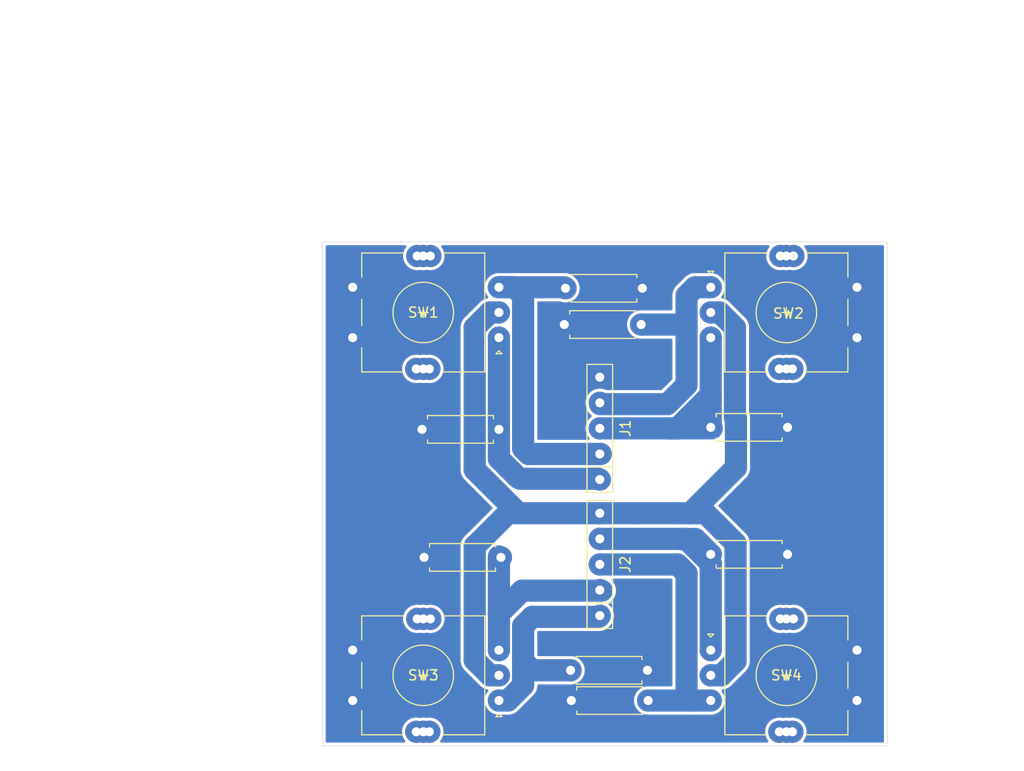
<source format=kicad_pcb>
(kicad_pcb (version 20171130) (host pcbnew "(5.1.6)-1")

  (general
    (thickness 1.6)
    (drawings 8)
    (tracks 78)
    (zones 0)
    (modules 14)
    (nets 11)
  )

  (page A4)
  (layers
    (0 F.Cu signal)
    (31 B.Cu signal)
    (32 B.Adhes user)
    (33 F.Adhes user)
    (34 B.Paste user)
    (35 F.Paste user)
    (36 B.SilkS user)
    (37 F.SilkS user)
    (38 B.Mask user)
    (39 F.Mask user)
    (40 Dwgs.User user)
    (41 Cmts.User user)
    (42 Eco1.User user)
    (43 Eco2.User user)
    (44 Edge.Cuts user)
    (45 Margin user)
    (46 B.CrtYd user)
    (47 F.CrtYd user)
    (48 B.Fab user hide)
    (49 F.Fab user)
  )

  (setup
    (last_trace_width 2.2)
    (user_trace_width 1)
    (user_trace_width 1.5)
    (user_trace_width 2.2)
    (trace_clearance 0.2)
    (zone_clearance 0.3)
    (zone_45_only no)
    (trace_min 0.2)
    (via_size 0.8)
    (via_drill 0.4)
    (via_min_size 0.4)
    (via_min_drill 0.3)
    (user_via 2.2 0.9)
    (uvia_size 0.3)
    (uvia_drill 0.1)
    (uvias_allowed no)
    (uvia_min_size 0.2)
    (uvia_min_drill 0.1)
    (edge_width 0.05)
    (segment_width 0.2)
    (pcb_text_width 0.3)
    (pcb_text_size 1.5 1.5)
    (mod_edge_width 0.12)
    (mod_text_size 1 1)
    (mod_text_width 0.15)
    (pad_size 2.2 2.2)
    (pad_drill 0.9)
    (pad_to_mask_clearance 0.05)
    (aux_axis_origin 2 0)
    (grid_origin 2 0)
    (visible_elements 7FFFFFFF)
    (pcbplotparams
      (layerselection 0x01040_fffffffe)
      (usegerberextensions false)
      (usegerberattributes true)
      (usegerberadvancedattributes true)
      (creategerberjobfile false)
      (excludeedgelayer true)
      (linewidth 0.100000)
      (plotframeref false)
      (viasonmask true)
      (mode 1)
      (useauxorigin true)
      (hpglpennumber 1)
      (hpglpenspeed 20)
      (hpglpendiameter 15.000000)
      (psnegative false)
      (psa4output false)
      (plotreference true)
      (plotvalue true)
      (plotinvisibletext false)
      (padsonsilk false)
      (subtractmaskfromsilk false)
      (outputformat 1)
      (mirror false)
      (drillshape 0)
      (scaleselection 1)
      (outputdirectory "plot/"))
  )

  (net 0 "")
  (net 1 +3V3)
  (net 2 ROT2B)
  (net 3 ROT2A)
  (net 4 ROT1B)
  (net 5 ROT1A)
  (net 6 GND)
  (net 7 ROT3A)
  (net 8 ROT3B)
  (net 9 ROT4A)
  (net 10 ROT4B)

  (net_class Default "This is the default net class."
    (clearance 0.2)
    (trace_width 0.25)
    (via_dia 0.8)
    (via_drill 0.4)
    (uvia_dia 0.3)
    (uvia_drill 0.1)
    (add_net +3V3)
    (add_net GND)
    (add_net ROT1A)
    (add_net ROT1B)
    (add_net ROT2A)
    (add_net ROT2B)
    (add_net ROT3A)
    (add_net ROT3B)
    (add_net ROT4A)
    (add_net ROT4B)
  )

  (module 0_my_footprints:myRotaryEncoder (layer F.Cu) (tedit 64C5BA9E) (tstamp 64C615B4)
    (at 12 -43 180)
    (descr "Alps rotary encoder, EC12E... with switch, vertical shaft, http://www.alps.com/prod/info/E/HTML/Encoder/Incremental/EC11/EC11E15204A3.html")
    (tags "rotary encoder")
    (path /64C5B1C3)
    (fp_text reference SW1 (at 0 0) (layer F.SilkS)
      (effects (font (size 1 1) (thickness 0.15)))
    )
    (fp_text value Rotary_Encoder_Switch (at 7.5 10.4) (layer B.Fab)
      (effects (font (size 1 1) (thickness 0.15)))
    )
    (fp_circle (center 0 0) (end 3 0) (layer F.Fab) (width 0.12))
    (fp_circle (center 0 0) (end 3 0) (layer F.SilkS) (width 0.12))
    (fp_line (start 8.5 7.1) (end -9 7.1) (layer F.CrtYd) (width 0.05))
    (fp_line (start 8.5 7.1) (end 8.5 -7.1) (layer F.CrtYd) (width 0.05))
    (fp_line (start -9 -7.1) (end -9 7.1) (layer F.CrtYd) (width 0.05))
    (fp_line (start -9 -7.1) (end 8.5 -7.1) (layer F.CrtYd) (width 0.05))
    (fp_line (start -5 -5.8) (end 6 -5.8) (layer F.Fab) (width 0.12))
    (fp_line (start 6 -5.8) (end 6 5.8) (layer F.Fab) (width 0.12))
    (fp_line (start 6 5.8) (end -6 5.8) (layer F.Fab) (width 0.12))
    (fp_line (start -6 5.8) (end -6 -4.7) (layer F.Fab) (width 0.12))
    (fp_line (start -6 -4.7) (end -5 -5.8) (layer F.Fab) (width 0.12))
    (fp_line (start 2 -5.9) (end 6.1 -5.9) (layer F.SilkS) (width 0.12))
    (fp_line (start 6.1 5.9) (end 2 5.9) (layer F.SilkS) (width 0.12))
    (fp_line (start -2 5.9) (end -6.1 5.9) (layer F.SilkS) (width 0.12))
    (fp_line (start -2 -5.9) (end -6.1 -5.9) (layer F.SilkS) (width 0.12))
    (fp_line (start -6.1 -5.9) (end -6.1 5.9) (layer F.SilkS) (width 0.12))
    (fp_line (start -7.5 -3.8) (end -7.8 -4.1) (layer F.SilkS) (width 0.12))
    (fp_line (start -7.8 -4.1) (end -7.2 -4.1) (layer F.SilkS) (width 0.12))
    (fp_line (start -7.2 -4.1) (end -7.5 -3.8) (layer F.SilkS) (width 0.12))
    (fp_line (start 0 -3) (end 0 3) (layer F.Fab) (width 0.12))
    (fp_line (start -3 0) (end 3 0) (layer F.Fab) (width 0.12))
    (fp_line (start 6.1 -5.9) (end 6.1 -3.5) (layer F.SilkS) (width 0.12))
    (fp_line (start 6.1 -1.3) (end 6.1 1.3) (layer F.SilkS) (width 0.12))
    (fp_line (start 6.1 3.5) (end 6.1 5.9) (layer F.SilkS) (width 0.12))
    (fp_line (start 0 -0.5) (end 0 0.5) (layer F.SilkS) (width 0.12))
    (fp_line (start -0.5 0) (end 0.5 0) (layer F.SilkS) (width 0.12))
    (fp_text user %R (at 0 0) (layer F.Fab)
      (effects (font (size 1 1) (thickness 0.15)))
    )
    (pad "" thru_hole circle (at -0.6 -5.6 180) (size 2.2 2.2) (drill 0.9) (layers *.Cu *.Mask))
    (pad "" thru_hole circle (at 0.7 -5.6 180) (size 2.2 2.2) (drill 0.9) (layers *.Cu *.Mask))
    (pad "" thru_hole circle (at -0.7 5.6 180) (size 2.2 2.2) (drill 0.9) (layers *.Cu *.Mask))
    (pad "" thru_hole circle (at 0.6 5.6 180) (size 2.2 2.2) (drill 0.9) (layers *.Cu *.Mask))
    (pad A thru_hole circle (at -7.5 -2.5 180) (size 2.2 2.2) (drill 0.9) (layers *.Cu *.Mask)
      (net 5 ROT1A))
    (pad C thru_hole circle (at -7.5 0 180) (size 2.2 2.2) (drill 0.9) (layers *.Cu *.Mask)
      (net 1 +3V3))
    (pad B thru_hole circle (at -7.5 2.5 180) (size 2.2 2.2) (drill 0.9) (layers *.Cu *.Mask)
      (net 4 ROT1B))
    (pad "" thru_hole circle (at 0 -5.6 180) (size 2.2 2.2) (drill 0.9) (layers *.Cu *.Mask))
    (pad "" thru_hole circle (at 0 5.6 180) (size 2.2 2.2) (drill 0.9) (layers *.Cu *.Mask))
    (pad S1 thru_hole circle (at 7 -2.5 180) (size 2.2 2.2) (drill 0.9) (layers *.Cu *.Mask)
      (net 6 GND))
    (pad S2 thru_hole circle (at 7 2.5 180) (size 2.2 2.2) (drill 0.9) (layers *.Cu *.Mask)
      (net 6 GND))
    (model C:/src/kiCad/libraries/my_3d_files/EC11_Rotary_Encoder_Switched.step
      (at (xyz 0 0 0))
      (scale (xyz 1 1 1))
      (rotate (xyz 0 0 90))
    )
  )

  (module 0_my_footprints:myRotaryEncoder (layer F.Cu) (tedit 64C5BA9E) (tstamp 64C615DE)
    (at 48 -43)
    (descr "Alps rotary encoder, EC12E... with switch, vertical shaft, http://www.alps.com/prod/info/E/HTML/Encoder/Incremental/EC11/EC11E15204A3.html")
    (tags "rotary encoder")
    (path /64C5D992)
    (fp_text reference SW2 (at 0.2 0.1) (layer F.SilkS)
      (effects (font (size 1 1) (thickness 0.15)))
    )
    (fp_text value Rotary_Encoder_Switch (at 7.5 10.4) (layer B.Fab)
      (effects (font (size 1 1) (thickness 0.15)))
    )
    (fp_circle (center 0 0) (end 3 0) (layer F.Fab) (width 0.12))
    (fp_circle (center 0 0) (end 3 0) (layer F.SilkS) (width 0.12))
    (fp_line (start 8.5 7.1) (end -9 7.1) (layer F.CrtYd) (width 0.05))
    (fp_line (start 8.5 7.1) (end 8.5 -7.1) (layer F.CrtYd) (width 0.05))
    (fp_line (start -9 -7.1) (end -9 7.1) (layer F.CrtYd) (width 0.05))
    (fp_line (start -9 -7.1) (end 8.5 -7.1) (layer F.CrtYd) (width 0.05))
    (fp_line (start -5 -5.8) (end 6 -5.8) (layer F.Fab) (width 0.12))
    (fp_line (start 6 -5.8) (end 6 5.8) (layer F.Fab) (width 0.12))
    (fp_line (start 6 5.8) (end -6 5.8) (layer F.Fab) (width 0.12))
    (fp_line (start -6 5.8) (end -6 -4.7) (layer F.Fab) (width 0.12))
    (fp_line (start -6 -4.7) (end -5 -5.8) (layer F.Fab) (width 0.12))
    (fp_line (start 2 -5.9) (end 6.1 -5.9) (layer F.SilkS) (width 0.12))
    (fp_line (start 6.1 5.9) (end 2 5.9) (layer F.SilkS) (width 0.12))
    (fp_line (start -2 5.9) (end -6.1 5.9) (layer F.SilkS) (width 0.12))
    (fp_line (start -2 -5.9) (end -6.1 -5.9) (layer F.SilkS) (width 0.12))
    (fp_line (start -6.1 -5.9) (end -6.1 5.9) (layer F.SilkS) (width 0.12))
    (fp_line (start -7.5 -3.8) (end -7.8 -4.1) (layer F.SilkS) (width 0.12))
    (fp_line (start -7.8 -4.1) (end -7.2 -4.1) (layer F.SilkS) (width 0.12))
    (fp_line (start -7.2 -4.1) (end -7.5 -3.8) (layer F.SilkS) (width 0.12))
    (fp_line (start 0 -3) (end 0 3) (layer F.Fab) (width 0.12))
    (fp_line (start -3 0) (end 3 0) (layer F.Fab) (width 0.12))
    (fp_line (start 6.1 -5.9) (end 6.1 -3.5) (layer F.SilkS) (width 0.12))
    (fp_line (start 6.1 -1.3) (end 6.1 1.3) (layer F.SilkS) (width 0.12))
    (fp_line (start 6.1 3.5) (end 6.1 5.9) (layer F.SilkS) (width 0.12))
    (fp_line (start 0 -0.5) (end 0 0.5) (layer F.SilkS) (width 0.12))
    (fp_line (start -0.5 0) (end 0.5 0) (layer F.SilkS) (width 0.12))
    (fp_text user %R (at 0.2 0.2) (layer F.Fab)
      (effects (font (size 1 1) (thickness 0.15)))
    )
    (pad "" thru_hole circle (at -0.6 -5.6) (size 2.2 2.2) (drill 0.9) (layers *.Cu *.Mask))
    (pad "" thru_hole circle (at 0.7 -5.6) (size 2.2 2.2) (drill 0.9) (layers *.Cu *.Mask))
    (pad "" thru_hole circle (at -0.7 5.6) (size 2.2 2.2) (drill 0.9) (layers *.Cu *.Mask))
    (pad "" thru_hole circle (at 0.6 5.6) (size 2.2 2.2) (drill 0.9) (layers *.Cu *.Mask))
    (pad A thru_hole circle (at -7.5 -2.5) (size 2.2 2.2) (drill 0.9) (layers *.Cu *.Mask)
      (net 3 ROT2A))
    (pad C thru_hole circle (at -7.5 0) (size 2.2 2.2) (drill 0.9) (layers *.Cu *.Mask)
      (net 1 +3V3))
    (pad B thru_hole circle (at -7.5 2.5) (size 2.2 2.2) (drill 0.9) (layers *.Cu *.Mask)
      (net 2 ROT2B))
    (pad "" thru_hole circle (at 0 -5.6) (size 2.2 2.2) (drill 0.9) (layers *.Cu *.Mask))
    (pad "" thru_hole circle (at 0 5.6) (size 2.2 2.2) (drill 0.9) (layers *.Cu *.Mask))
    (pad S1 thru_hole circle (at 7 -2.5) (size 2.2 2.2) (drill 0.9) (layers *.Cu *.Mask)
      (net 6 GND))
    (pad S2 thru_hole circle (at 7 2.5) (size 2.2 2.2) (drill 0.9) (layers *.Cu *.Mask)
      (net 6 GND))
    (model C:/src/kiCad/libraries/my_3d_files/EC11_Rotary_Encoder_Switched.step
      (at (xyz 0 0 0))
      (scale (xyz 1 1 1))
      (rotate (xyz 0 0 90))
    )
  )

  (module 0_my_footprints:myRotaryEncoder (layer F.Cu) (tedit 64C5BA9E) (tstamp 64C61608)
    (at 12 -7 180)
    (descr "Alps rotary encoder, EC12E... with switch, vertical shaft, http://www.alps.com/prod/info/E/HTML/Encoder/Incremental/EC11/EC11E15204A3.html")
    (tags "rotary encoder")
    (path /64C5CF2D)
    (fp_text reference SW3 (at 0 0) (layer F.SilkS)
      (effects (font (size 1 1) (thickness 0.15)))
    )
    (fp_text value Rotary_Encoder_Switch (at 7.5 10.4) (layer B.Fab)
      (effects (font (size 1 1) (thickness 0.15)))
    )
    (fp_circle (center 0 0) (end 3 0) (layer F.Fab) (width 0.12))
    (fp_circle (center 0 0) (end 3 0) (layer F.SilkS) (width 0.12))
    (fp_line (start 8.5 7.1) (end -9 7.1) (layer F.CrtYd) (width 0.05))
    (fp_line (start 8.5 7.1) (end 8.5 -7.1) (layer F.CrtYd) (width 0.05))
    (fp_line (start -9 -7.1) (end -9 7.1) (layer F.CrtYd) (width 0.05))
    (fp_line (start -9 -7.1) (end 8.5 -7.1) (layer F.CrtYd) (width 0.05))
    (fp_line (start -5 -5.8) (end 6 -5.8) (layer F.Fab) (width 0.12))
    (fp_line (start 6 -5.8) (end 6 5.8) (layer F.Fab) (width 0.12))
    (fp_line (start 6 5.8) (end -6 5.8) (layer F.Fab) (width 0.12))
    (fp_line (start -6 5.8) (end -6 -4.7) (layer F.Fab) (width 0.12))
    (fp_line (start -6 -4.7) (end -5 -5.8) (layer F.Fab) (width 0.12))
    (fp_line (start 2 -5.9) (end 6.1 -5.9) (layer F.SilkS) (width 0.12))
    (fp_line (start 6.1 5.9) (end 2 5.9) (layer F.SilkS) (width 0.12))
    (fp_line (start -2 5.9) (end -6.1 5.9) (layer F.SilkS) (width 0.12))
    (fp_line (start -2 -5.9) (end -6.1 -5.9) (layer F.SilkS) (width 0.12))
    (fp_line (start -6.1 -5.9) (end -6.1 5.9) (layer F.SilkS) (width 0.12))
    (fp_line (start -7.5 -3.8) (end -7.8 -4.1) (layer F.SilkS) (width 0.12))
    (fp_line (start -7.8 -4.1) (end -7.2 -4.1) (layer F.SilkS) (width 0.12))
    (fp_line (start -7.2 -4.1) (end -7.5 -3.8) (layer F.SilkS) (width 0.12))
    (fp_line (start 0 -3) (end 0 3) (layer F.Fab) (width 0.12))
    (fp_line (start -3 0) (end 3 0) (layer F.Fab) (width 0.12))
    (fp_line (start 6.1 -5.9) (end 6.1 -3.5) (layer F.SilkS) (width 0.12))
    (fp_line (start 6.1 -1.3) (end 6.1 1.3) (layer F.SilkS) (width 0.12))
    (fp_line (start 6.1 3.5) (end 6.1 5.9) (layer F.SilkS) (width 0.12))
    (fp_line (start 0 -0.5) (end 0 0.5) (layer F.SilkS) (width 0.12))
    (fp_line (start -0.5 0) (end 0.5 0) (layer F.SilkS) (width 0.12))
    (fp_text user %R (at 0 0) (layer F.Fab)
      (effects (font (size 1 1) (thickness 0.15)))
    )
    (pad "" thru_hole circle (at -0.6 -5.6 180) (size 2.2 2.2) (drill 0.9) (layers *.Cu *.Mask))
    (pad "" thru_hole circle (at 0.7 -5.6 180) (size 2.2 2.2) (drill 0.9) (layers *.Cu *.Mask))
    (pad "" thru_hole circle (at -0.7 5.6 180) (size 2.2 2.2) (drill 0.9) (layers *.Cu *.Mask))
    (pad "" thru_hole circle (at 0.6 5.6 180) (size 2.2 2.2) (drill 0.9) (layers *.Cu *.Mask))
    (pad A thru_hole circle (at -7.5 -2.5 180) (size 2.2 2.2) (drill 0.9) (layers *.Cu *.Mask)
      (net 7 ROT3A))
    (pad C thru_hole circle (at -7.5 0 180) (size 2.2 2.2) (drill 0.9) (layers *.Cu *.Mask)
      (net 1 +3V3))
    (pad B thru_hole circle (at -7.5 2.5 180) (size 2.2 2.2) (drill 0.9) (layers *.Cu *.Mask)
      (net 8 ROT3B))
    (pad "" thru_hole circle (at 0 -5.6 180) (size 2.2 2.2) (drill 0.9) (layers *.Cu *.Mask))
    (pad "" thru_hole circle (at 0 5.6 180) (size 2.2 2.2) (drill 0.9) (layers *.Cu *.Mask))
    (pad S1 thru_hole circle (at 7 -2.5 180) (size 2.2 2.2) (drill 0.9) (layers *.Cu *.Mask)
      (net 6 GND))
    (pad S2 thru_hole circle (at 7 2.5 180) (size 2.2 2.2) (drill 0.9) (layers *.Cu *.Mask)
      (net 6 GND))
    (model C:/src/kiCad/libraries/my_3d_files/EC11_Rotary_Encoder_Switched.step
      (at (xyz 0 0 0))
      (scale (xyz 1 1 1))
      (rotate (xyz 0 0 90))
    )
  )

  (module 0_my_footprints:myRotaryEncoder (layer F.Cu) (tedit 64C5BA9E) (tstamp 64C61632)
    (at 48 -7)
    (descr "Alps rotary encoder, EC12E... with switch, vertical shaft, http://www.alps.com/prod/info/E/HTML/Encoder/Incremental/EC11/EC11E15204A3.html")
    (tags "rotary encoder")
    (path /64C5E81E)
    (fp_text reference SW4 (at 0 0) (layer F.SilkS)
      (effects (font (size 1 1) (thickness 0.15)))
    )
    (fp_text value Rotary_Encoder_Switch (at 5.5 10.5) (layer B.Fab)
      (effects (font (size 1 1) (thickness 0.15)))
    )
    (fp_circle (center 0 0) (end 3 0) (layer F.Fab) (width 0.12))
    (fp_circle (center 0 0) (end 3 0) (layer F.SilkS) (width 0.12))
    (fp_line (start 8.5 7.1) (end -9 7.1) (layer F.CrtYd) (width 0.05))
    (fp_line (start 8.5 7.1) (end 8.5 -7.1) (layer F.CrtYd) (width 0.05))
    (fp_line (start -9 -7.1) (end -9 7.1) (layer F.CrtYd) (width 0.05))
    (fp_line (start -9 -7.1) (end 8.5 -7.1) (layer F.CrtYd) (width 0.05))
    (fp_line (start -5 -5.8) (end 6 -5.8) (layer F.Fab) (width 0.12))
    (fp_line (start 6 -5.8) (end 6 5.8) (layer F.Fab) (width 0.12))
    (fp_line (start 6 5.8) (end -6 5.8) (layer F.Fab) (width 0.12))
    (fp_line (start -6 5.8) (end -6 -4.7) (layer F.Fab) (width 0.12))
    (fp_line (start -6 -4.7) (end -5 -5.8) (layer F.Fab) (width 0.12))
    (fp_line (start 2 -5.9) (end 6.1 -5.9) (layer F.SilkS) (width 0.12))
    (fp_line (start 6.1 5.9) (end 2 5.9) (layer F.SilkS) (width 0.12))
    (fp_line (start -2 5.9) (end -6.1 5.9) (layer F.SilkS) (width 0.12))
    (fp_line (start -2 -5.9) (end -6.1 -5.9) (layer F.SilkS) (width 0.12))
    (fp_line (start -6.1 -5.9) (end -6.1 5.9) (layer F.SilkS) (width 0.12))
    (fp_line (start -7.5 -3.8) (end -7.8 -4.1) (layer F.SilkS) (width 0.12))
    (fp_line (start -7.8 -4.1) (end -7.2 -4.1) (layer F.SilkS) (width 0.12))
    (fp_line (start -7.2 -4.1) (end -7.5 -3.8) (layer F.SilkS) (width 0.12))
    (fp_line (start 0 -3) (end 0 3) (layer F.Fab) (width 0.12))
    (fp_line (start -3 0) (end 3 0) (layer F.Fab) (width 0.12))
    (fp_line (start 6.1 -5.9) (end 6.1 -3.5) (layer F.SilkS) (width 0.12))
    (fp_line (start 6.1 -1.3) (end 6.1 1.3) (layer F.SilkS) (width 0.12))
    (fp_line (start 6.1 3.5) (end 6.1 5.9) (layer F.SilkS) (width 0.12))
    (fp_line (start 0 -0.5) (end 0 0.5) (layer F.SilkS) (width 0.12))
    (fp_line (start -0.5 0) (end 0.5 0) (layer F.SilkS) (width 0.12))
    (fp_text user %R (at 0 0) (layer F.Fab)
      (effects (font (size 1 1) (thickness 0.15)))
    )
    (pad "" thru_hole circle (at -0.6 -5.6) (size 2.2 2.2) (drill 0.9) (layers *.Cu *.Mask))
    (pad "" thru_hole circle (at 0.7 -5.6) (size 2.2 2.2) (drill 0.9) (layers *.Cu *.Mask))
    (pad "" thru_hole circle (at -0.7 5.6) (size 2.2 2.2) (drill 0.9) (layers *.Cu *.Mask))
    (pad "" thru_hole circle (at 0.6 5.6) (size 2.2 2.2) (drill 0.9) (layers *.Cu *.Mask))
    (pad A thru_hole circle (at -7.5 -2.5) (size 2.2 2.2) (drill 0.9) (layers *.Cu *.Mask)
      (net 9 ROT4A))
    (pad C thru_hole circle (at -7.5 0) (size 2.2 2.2) (drill 0.9) (layers *.Cu *.Mask)
      (net 1 +3V3))
    (pad B thru_hole circle (at -7.5 2.5) (size 2.2 2.2) (drill 0.9) (layers *.Cu *.Mask)
      (net 10 ROT4B))
    (pad "" thru_hole circle (at 0 -5.6) (size 2.2 2.2) (drill 0.9) (layers *.Cu *.Mask))
    (pad "" thru_hole circle (at 0 5.6) (size 2.2 2.2) (drill 0.9) (layers *.Cu *.Mask))
    (pad S1 thru_hole circle (at 7 -2.5) (size 2.2 2.2) (drill 0.9) (layers *.Cu *.Mask)
      (net 6 GND))
    (pad S2 thru_hole circle (at 7 2.5) (size 2.2 2.2) (drill 0.9) (layers *.Cu *.Mask)
      (net 6 GND))
    (model C:/src/kiCad/libraries/my_3d_files/EC11_Rotary_Encoder_Switched.step
      (at (xyz 0 0 0))
      (scale (xyz 1 1 1))
      (rotate (xyz 0 0 90))
    )
  )

  (module 0_my_footprints:my5Pin (layer F.Cu) (tedit 64C5B4E3) (tstamp 64C6157B)
    (at 29.5 -31.5 90)
    (path /64C679BC)
    (fp_text reference J1 (at 0 2.54 90) (layer F.SilkS)
      (effects (font (size 1 1) (thickness 0.15)))
    )
    (fp_text value ROTARY12 (at 0.8 -2.8 90) (layer F.Fab)
      (effects (font (size 1 1) (thickness 0.15)))
    )
    (fp_line (start -3.81 -1.27) (end -3.81 1.27) (layer F.SilkS) (width 0.12))
    (fp_line (start -6.35 -1.27) (end -3.81 -1.27) (layer F.SilkS) (width 0.12))
    (fp_line (start 6.35 -1.27) (end -6.35 -1.27) (layer F.SilkS) (width 0.12))
    (fp_line (start 6.35 1.27) (end 6.35 -1.27) (layer F.SilkS) (width 0.12))
    (fp_line (start -6.35 1.27) (end 6.35 1.27) (layer F.SilkS) (width 0.12))
    (fp_line (start -6.35 -1.27) (end -6.35 1.27) (layer F.SilkS) (width 0.12))
    (pad 5 thru_hole circle (at 5.08 0 90) (size 2.2 2.2) (drill 0.9) (layers *.Cu *.Mask)
      (net 6 GND))
    (pad 4 thru_hole circle (at 2.54 0 90) (size 2.2 2.2) (drill 0.9) (layers *.Cu *.Mask)
      (net 3 ROT2A))
    (pad 3 thru_hole circle (at 0 0 90) (size 2.2 2.2) (drill 0.9) (layers *.Cu *.Mask)
      (net 2 ROT2B))
    (pad 2 thru_hole circle (at -2.54 0 90) (size 2.2 2.2) (drill 0.9) (layers *.Cu *.Mask)
      (net 4 ROT1B))
    (pad 1 thru_hole circle (at -5.08 0 90) (size 2.2 2.2) (drill 0.9) (layers *.Cu *.Mask)
      (net 5 ROT1A))
  )

  (module 0_my_footprints:my5Pin (layer F.Cu) (tedit 64C5B4E3) (tstamp 64C6158A)
    (at 29.5 -18 90)
    (path /64C68167)
    (fp_text reference J2 (at 0 2.54 90) (layer F.SilkS)
      (effects (font (size 1 1) (thickness 0.15)))
    )
    (fp_text value ROTARY34 (at 0 -2.54 90) (layer F.Fab)
      (effects (font (size 1 1) (thickness 0.15)))
    )
    (fp_line (start -6.35 -1.27) (end -6.35 1.27) (layer F.SilkS) (width 0.12))
    (fp_line (start -6.35 1.27) (end 6.35 1.27) (layer F.SilkS) (width 0.12))
    (fp_line (start 6.35 1.27) (end 6.35 -1.27) (layer F.SilkS) (width 0.12))
    (fp_line (start 6.35 -1.27) (end -6.35 -1.27) (layer F.SilkS) (width 0.12))
    (fp_line (start -6.35 -1.27) (end -3.81 -1.27) (layer F.SilkS) (width 0.12))
    (fp_line (start -3.81 -1.27) (end -3.81 1.27) (layer F.SilkS) (width 0.12))
    (pad 1 thru_hole circle (at -5.08 0 90) (size 2.2 2.2) (drill 0.9) (layers *.Cu *.Mask)
      (net 7 ROT3A))
    (pad 2 thru_hole circle (at -2.54 0 90) (size 2.2 2.2) (drill 0.9) (layers *.Cu *.Mask)
      (net 8 ROT3B))
    (pad 3 thru_hole circle (at 0 0 90) (size 2.2 2.2) (drill 0.9) (layers *.Cu *.Mask)
      (net 10 ROT4B))
    (pad 4 thru_hole circle (at 2.54 0 90) (size 2.2 2.2) (drill 0.9) (layers *.Cu *.Mask)
      (net 9 ROT4A))
    (pad 5 thru_hole circle (at 5.08 0 90) (size 2.2 2.2) (drill 0.9) (layers *.Cu *.Mask)
      (net 1 +3V3))
  )

  (module 0_my_footprints:myResistor (layer F.Cu) (tedit 663A7FBA) (tstamp 67895014)
    (at 26.1 -45.4)
    (descr "Resistor, Axial_DIN0207 series, Axial, Horizontal, pin pitch=7.62mm, 0.25W = 1/4W, length*diameter=6.3*2.5mm^2, http://cdn-reichelt.de/documents/datenblatt/B400/1_4W%23YAG.pdf")
    (tags "Resistor Axial_DIN0207 series Axial Horizontal pin pitch 7.62mm 0.25W = 1/4W length 6.3mm diameter 2.5mm")
    (path /678BB950)
    (fp_text reference R1 (at 3.81 -2.37) (layer B.Fab)
      (effects (font (size 1 1) (thickness 0.15)))
    )
    (fp_text value 10K (at 3.81 -0.025001) (layer F.Fab)
      (effects (font (size 1 1) (thickness 0.15)))
    )
    (fp_line (start 0.66 -1.25) (end 0.66 1.25) (layer F.Fab) (width 0.1))
    (fp_line (start 0.66 1.25) (end 6.96 1.25) (layer F.Fab) (width 0.1))
    (fp_line (start 6.96 1.25) (end 6.96 -1.25) (layer F.Fab) (width 0.1))
    (fp_line (start 6.96 -1.25) (end 0.66 -1.25) (layer F.Fab) (width 0.1))
    (fp_line (start 0 0) (end 0.66 0) (layer F.Fab) (width 0.1))
    (fp_line (start 7.62 0) (end 6.96 0) (layer F.Fab) (width 0.1))
    (fp_line (start 0.54 -1.04) (end 0.54 -1.37) (layer F.SilkS) (width 0.12))
    (fp_line (start 0.54 -1.37) (end 7.08 -1.37) (layer F.SilkS) (width 0.12))
    (fp_line (start 7.08 -1.37) (end 7.08 -1.04) (layer F.SilkS) (width 0.12))
    (fp_line (start 0.54 1.04) (end 0.54 1.37) (layer F.SilkS) (width 0.12))
    (fp_line (start 0.54 1.37) (end 7.08 1.37) (layer F.SilkS) (width 0.12))
    (fp_line (start 7.08 1.37) (end 7.08 1.04) (layer F.SilkS) (width 0.12))
    (fp_line (start -1.05 -1.5) (end -1.05 1.5) (layer F.CrtYd) (width 0.05))
    (fp_line (start -1.05 1.5) (end 8.67 1.5) (layer F.CrtYd) (width 0.05))
    (fp_line (start 8.67 1.5) (end 8.67 -1.5) (layer F.CrtYd) (width 0.05))
    (fp_line (start 8.67 -1.5) (end -1.05 -1.5) (layer F.CrtYd) (width 0.05))
    (fp_text user %R (at 3.81 0) (layer B.Fab)
      (effects (font (size 1 1) (thickness 0.15)))
    )
    (pad 1 thru_hole circle (at 0 0) (size 2.2 2.2) (drill 0.9) (layers *.Cu *.Mask)
      (net 4 ROT1B))
    (pad 2 thru_hole circle (at 7.62 0) (size 2.2 2.2) (drill 0.9) (layers *.Cu *.Mask)
      (net 6 GND))
    (model ${KISYS3DMOD}/Resistor_THT.3dshapes/R_Axial_DIN0207_L6.3mm_D2.5mm_P7.62mm_Horizontal.wrl
      (at (xyz 0 0 0))
      (scale (xyz 1 1 1))
      (rotate (xyz 0 0 0))
    )
  )

  (module 0_my_footprints:myResistor (layer F.Cu) (tedit 663A7FBA) (tstamp 6789502B)
    (at 19.5 -31.4 180)
    (descr "Resistor, Axial_DIN0207 series, Axial, Horizontal, pin pitch=7.62mm, 0.25W = 1/4W, length*diameter=6.3*2.5mm^2, http://cdn-reichelt.de/documents/datenblatt/B400/1_4W%23YAG.pdf")
    (tags "Resistor Axial_DIN0207 series Axial Horizontal pin pitch 7.62mm 0.25W = 1/4W length 6.3mm diameter 2.5mm")
    (path /678C5E11)
    (fp_text reference R2 (at 3.81 -2.37) (layer B.Fab)
      (effects (font (size 1 1) (thickness 0.15)))
    )
    (fp_text value 10K (at 3.81 -0.075001) (layer F.Fab)
      (effects (font (size 1 1) (thickness 0.15)))
    )
    (fp_text user %R (at 3.81 0) (layer B.Fab)
      (effects (font (size 1 1) (thickness 0.15)))
    )
    (fp_line (start 8.67 -1.5) (end -1.05 -1.5) (layer F.CrtYd) (width 0.05))
    (fp_line (start 8.67 1.5) (end 8.67 -1.5) (layer F.CrtYd) (width 0.05))
    (fp_line (start -1.05 1.5) (end 8.67 1.5) (layer F.CrtYd) (width 0.05))
    (fp_line (start -1.05 -1.5) (end -1.05 1.5) (layer F.CrtYd) (width 0.05))
    (fp_line (start 7.08 1.37) (end 7.08 1.04) (layer F.SilkS) (width 0.12))
    (fp_line (start 0.54 1.37) (end 7.08 1.37) (layer F.SilkS) (width 0.12))
    (fp_line (start 0.54 1.04) (end 0.54 1.37) (layer F.SilkS) (width 0.12))
    (fp_line (start 7.08 -1.37) (end 7.08 -1.04) (layer F.SilkS) (width 0.12))
    (fp_line (start 0.54 -1.37) (end 7.08 -1.37) (layer F.SilkS) (width 0.12))
    (fp_line (start 0.54 -1.04) (end 0.54 -1.37) (layer F.SilkS) (width 0.12))
    (fp_line (start 7.62 0) (end 6.96 0) (layer F.Fab) (width 0.1))
    (fp_line (start 0 0) (end 0.66 0) (layer F.Fab) (width 0.1))
    (fp_line (start 6.96 -1.25) (end 0.66 -1.25) (layer F.Fab) (width 0.1))
    (fp_line (start 6.96 1.25) (end 6.96 -1.25) (layer F.Fab) (width 0.1))
    (fp_line (start 0.66 1.25) (end 6.96 1.25) (layer F.Fab) (width 0.1))
    (fp_line (start 0.66 -1.25) (end 0.66 1.25) (layer F.Fab) (width 0.1))
    (pad 2 thru_hole circle (at 7.62 0 180) (size 2.2 2.2) (drill 0.9) (layers *.Cu *.Mask)
      (net 6 GND))
    (pad 1 thru_hole circle (at 0 0 180) (size 2.2 2.2) (drill 0.9) (layers *.Cu *.Mask)
      (net 5 ROT1A))
    (model ${KISYS3DMOD}/Resistor_THT.3dshapes/R_Axial_DIN0207_L6.3mm_D2.5mm_P7.62mm_Horizontal.wrl
      (at (xyz 0 0 0))
      (scale (xyz 1 1 1))
      (rotate (xyz 0 0 0))
    )
  )

  (module 0_my_footprints:myResistor (layer F.Cu) (tedit 663A7FBA) (tstamp 67895042)
    (at 33.6 -41.8 180)
    (descr "Resistor, Axial_DIN0207 series, Axial, Horizontal, pin pitch=7.62mm, 0.25W = 1/4W, length*diameter=6.3*2.5mm^2, http://cdn-reichelt.de/documents/datenblatt/B400/1_4W%23YAG.pdf")
    (tags "Resistor Axial_DIN0207 series Axial Horizontal pin pitch 7.62mm 0.25W = 1/4W length 6.3mm diameter 2.5mm")
    (path /678C6003)
    (fp_text reference R3 (at 3.81 -2.37) (layer B.Fab)
      (effects (font (size 1 1) (thickness 0.15)))
    )
    (fp_text value 10K (at 3.58 -0.025001) (layer F.Fab)
      (effects (font (size 1 1) (thickness 0.15)))
    )
    (fp_line (start 0.66 -1.25) (end 0.66 1.25) (layer F.Fab) (width 0.1))
    (fp_line (start 0.66 1.25) (end 6.96 1.25) (layer F.Fab) (width 0.1))
    (fp_line (start 6.96 1.25) (end 6.96 -1.25) (layer F.Fab) (width 0.1))
    (fp_line (start 6.96 -1.25) (end 0.66 -1.25) (layer F.Fab) (width 0.1))
    (fp_line (start 0 0) (end 0.66 0) (layer F.Fab) (width 0.1))
    (fp_line (start 7.62 0) (end 6.96 0) (layer F.Fab) (width 0.1))
    (fp_line (start 0.54 -1.04) (end 0.54 -1.37) (layer F.SilkS) (width 0.12))
    (fp_line (start 0.54 -1.37) (end 7.08 -1.37) (layer F.SilkS) (width 0.12))
    (fp_line (start 7.08 -1.37) (end 7.08 -1.04) (layer F.SilkS) (width 0.12))
    (fp_line (start 0.54 1.04) (end 0.54 1.37) (layer F.SilkS) (width 0.12))
    (fp_line (start 0.54 1.37) (end 7.08 1.37) (layer F.SilkS) (width 0.12))
    (fp_line (start 7.08 1.37) (end 7.08 1.04) (layer F.SilkS) (width 0.12))
    (fp_line (start -1.05 -1.5) (end -1.05 1.5) (layer F.CrtYd) (width 0.05))
    (fp_line (start -1.05 1.5) (end 8.67 1.5) (layer F.CrtYd) (width 0.05))
    (fp_line (start 8.67 1.5) (end 8.67 -1.5) (layer F.CrtYd) (width 0.05))
    (fp_line (start 8.67 -1.5) (end -1.05 -1.5) (layer F.CrtYd) (width 0.05))
    (fp_text user %R (at 3.81 0) (layer B.Fab)
      (effects (font (size 1 1) (thickness 0.15)))
    )
    (pad 1 thru_hole circle (at 0 0 180) (size 2.2 2.2) (drill 0.9) (layers *.Cu *.Mask)
      (net 3 ROT2A))
    (pad 2 thru_hole circle (at 7.62 0 180) (size 2.2 2.2) (drill 0.9) (layers *.Cu *.Mask)
      (net 6 GND))
    (model ${KISYS3DMOD}/Resistor_THT.3dshapes/R_Axial_DIN0207_L6.3mm_D2.5mm_P7.62mm_Horizontal.wrl
      (at (xyz 0 0 0))
      (scale (xyz 1 1 1))
      (rotate (xyz 0 0 0))
    )
  )

  (module 0_my_footprints:myResistor (layer F.Cu) (tedit 663A7FBA) (tstamp 67895059)
    (at 40.5 -31.6)
    (descr "Resistor, Axial_DIN0207 series, Axial, Horizontal, pin pitch=7.62mm, 0.25W = 1/4W, length*diameter=6.3*2.5mm^2, http://cdn-reichelt.de/documents/datenblatt/B400/1_4W%23YAG.pdf")
    (tags "Resistor Axial_DIN0207 series Axial Horizontal pin pitch 7.62mm 0.25W = 1/4W length 6.3mm diameter 2.5mm")
    (path /678C62AA)
    (fp_text reference R4 (at 3.81 -2.37) (layer B.Fab)
      (effects (font (size 1 1) (thickness 0.15)))
    )
    (fp_text value 10K (at 3.81 -0.125001) (layer F.Fab)
      (effects (font (size 1 1) (thickness 0.15)))
    )
    (fp_text user %R (at 3.81 0) (layer B.Fab)
      (effects (font (size 1 1) (thickness 0.15)))
    )
    (fp_line (start 8.67 -1.5) (end -1.05 -1.5) (layer F.CrtYd) (width 0.05))
    (fp_line (start 8.67 1.5) (end 8.67 -1.5) (layer F.CrtYd) (width 0.05))
    (fp_line (start -1.05 1.5) (end 8.67 1.5) (layer F.CrtYd) (width 0.05))
    (fp_line (start -1.05 -1.5) (end -1.05 1.5) (layer F.CrtYd) (width 0.05))
    (fp_line (start 7.08 1.37) (end 7.08 1.04) (layer F.SilkS) (width 0.12))
    (fp_line (start 0.54 1.37) (end 7.08 1.37) (layer F.SilkS) (width 0.12))
    (fp_line (start 0.54 1.04) (end 0.54 1.37) (layer F.SilkS) (width 0.12))
    (fp_line (start 7.08 -1.37) (end 7.08 -1.04) (layer F.SilkS) (width 0.12))
    (fp_line (start 0.54 -1.37) (end 7.08 -1.37) (layer F.SilkS) (width 0.12))
    (fp_line (start 0.54 -1.04) (end 0.54 -1.37) (layer F.SilkS) (width 0.12))
    (fp_line (start 7.62 0) (end 6.96 0) (layer F.Fab) (width 0.1))
    (fp_line (start 0 0) (end 0.66 0) (layer F.Fab) (width 0.1))
    (fp_line (start 6.96 -1.25) (end 0.66 -1.25) (layer F.Fab) (width 0.1))
    (fp_line (start 6.96 1.25) (end 6.96 -1.25) (layer F.Fab) (width 0.1))
    (fp_line (start 0.66 1.25) (end 6.96 1.25) (layer F.Fab) (width 0.1))
    (fp_line (start 0.66 -1.25) (end 0.66 1.25) (layer F.Fab) (width 0.1))
    (pad 2 thru_hole circle (at 7.62 0) (size 2.2 2.2) (drill 0.9) (layers *.Cu *.Mask)
      (net 6 GND))
    (pad 1 thru_hole circle (at 0 0) (size 2.2 2.2) (drill 0.9) (layers *.Cu *.Mask)
      (net 2 ROT2B))
    (model ${KISYS3DMOD}/Resistor_THT.3dshapes/R_Axial_DIN0207_L6.3mm_D2.5mm_P7.62mm_Horizontal.wrl
      (at (xyz 0 0 0))
      (scale (xyz 1 1 1))
      (rotate (xyz 0 0 0))
    )
  )

  (module 0_my_footprints:myResistor (layer F.Cu) (tedit 663A7FBA) (tstamp 67895070)
    (at 26.6 -7.5)
    (descr "Resistor, Axial_DIN0207 series, Axial, Horizontal, pin pitch=7.62mm, 0.25W = 1/4W, length*diameter=6.3*2.5mm^2, http://cdn-reichelt.de/documents/datenblatt/B400/1_4W%23YAG.pdf")
    (tags "Resistor Axial_DIN0207 series Axial Horizontal pin pitch 7.62mm 0.25W = 1/4W length 6.3mm diameter 2.5mm")
    (path /678C644F)
    (fp_text reference R5 (at 3.81 -2.37) (layer B.Fab)
      (effects (font (size 1 1) (thickness 0.15)))
    )
    (fp_text value 10K (at 3.7 0) (layer F.Fab)
      (effects (font (size 1 1) (thickness 0.15)))
    )
    (fp_line (start 0.66 -1.25) (end 0.66 1.25) (layer F.Fab) (width 0.1))
    (fp_line (start 0.66 1.25) (end 6.96 1.25) (layer F.Fab) (width 0.1))
    (fp_line (start 6.96 1.25) (end 6.96 -1.25) (layer F.Fab) (width 0.1))
    (fp_line (start 6.96 -1.25) (end 0.66 -1.25) (layer F.Fab) (width 0.1))
    (fp_line (start 0 0) (end 0.66 0) (layer F.Fab) (width 0.1))
    (fp_line (start 7.62 0) (end 6.96 0) (layer F.Fab) (width 0.1))
    (fp_line (start 0.54 -1.04) (end 0.54 -1.37) (layer F.SilkS) (width 0.12))
    (fp_line (start 0.54 -1.37) (end 7.08 -1.37) (layer F.SilkS) (width 0.12))
    (fp_line (start 7.08 -1.37) (end 7.08 -1.04) (layer F.SilkS) (width 0.12))
    (fp_line (start 0.54 1.04) (end 0.54 1.37) (layer F.SilkS) (width 0.12))
    (fp_line (start 0.54 1.37) (end 7.08 1.37) (layer F.SilkS) (width 0.12))
    (fp_line (start 7.08 1.37) (end 7.08 1.04) (layer F.SilkS) (width 0.12))
    (fp_line (start -1.05 -1.5) (end -1.05 1.5) (layer F.CrtYd) (width 0.05))
    (fp_line (start -1.05 1.5) (end 8.67 1.5) (layer F.CrtYd) (width 0.05))
    (fp_line (start 8.67 1.5) (end 8.67 -1.5) (layer F.CrtYd) (width 0.05))
    (fp_line (start 8.67 -1.5) (end -1.05 -1.5) (layer F.CrtYd) (width 0.05))
    (fp_text user %R (at 3.81 0) (layer B.Fab)
      (effects (font (size 1 1) (thickness 0.15)))
    )
    (pad 1 thru_hole circle (at 0 0) (size 2.2 2.2) (drill 0.9) (layers *.Cu *.Mask)
      (net 7 ROT3A))
    (pad 2 thru_hole circle (at 7.62 0) (size 2.2 2.2) (drill 0.9) (layers *.Cu *.Mask)
      (net 6 GND))
    (model ${KISYS3DMOD}/Resistor_THT.3dshapes/R_Axial_DIN0207_L6.3mm_D2.5mm_P7.62mm_Horizontal.wrl
      (at (xyz 0 0 0))
      (scale (xyz 1 1 1))
      (rotate (xyz 0 0 0))
    )
  )

  (module 0_my_footprints:myResistor (layer F.Cu) (tedit 663A7FBA) (tstamp 67895087)
    (at 19.7 -18.7 180)
    (descr "Resistor, Axial_DIN0207 series, Axial, Horizontal, pin pitch=7.62mm, 0.25W = 1/4W, length*diameter=6.3*2.5mm^2, http://cdn-reichelt.de/documents/datenblatt/B400/1_4W%23YAG.pdf")
    (tags "Resistor Axial_DIN0207 series Axial Horizontal pin pitch 7.62mm 0.25W = 1/4W length 6.3mm diameter 2.5mm")
    (path /678C6638)
    (fp_text reference R6 (at 3.81 -2.37) (layer B.Fab)
      (effects (font (size 1 1) (thickness 0.15)))
    )
    (fp_text value 10K (at 3.81 -0.175001) (layer F.Fab)
      (effects (font (size 1 1) (thickness 0.15)))
    )
    (fp_text user %R (at 3.81 0) (layer B.Fab)
      (effects (font (size 1 1) (thickness 0.15)))
    )
    (fp_line (start 8.67 -1.5) (end -1.05 -1.5) (layer F.CrtYd) (width 0.05))
    (fp_line (start 8.67 1.5) (end 8.67 -1.5) (layer F.CrtYd) (width 0.05))
    (fp_line (start -1.05 1.5) (end 8.67 1.5) (layer F.CrtYd) (width 0.05))
    (fp_line (start -1.05 -1.5) (end -1.05 1.5) (layer F.CrtYd) (width 0.05))
    (fp_line (start 7.08 1.37) (end 7.08 1.04) (layer F.SilkS) (width 0.12))
    (fp_line (start 0.54 1.37) (end 7.08 1.37) (layer F.SilkS) (width 0.12))
    (fp_line (start 0.54 1.04) (end 0.54 1.37) (layer F.SilkS) (width 0.12))
    (fp_line (start 7.08 -1.37) (end 7.08 -1.04) (layer F.SilkS) (width 0.12))
    (fp_line (start 0.54 -1.37) (end 7.08 -1.37) (layer F.SilkS) (width 0.12))
    (fp_line (start 0.54 -1.04) (end 0.54 -1.37) (layer F.SilkS) (width 0.12))
    (fp_line (start 7.62 0) (end 6.96 0) (layer F.Fab) (width 0.1))
    (fp_line (start 0 0) (end 0.66 0) (layer F.Fab) (width 0.1))
    (fp_line (start 6.96 -1.25) (end 0.66 -1.25) (layer F.Fab) (width 0.1))
    (fp_line (start 6.96 1.25) (end 6.96 -1.25) (layer F.Fab) (width 0.1))
    (fp_line (start 0.66 1.25) (end 6.96 1.25) (layer F.Fab) (width 0.1))
    (fp_line (start 0.66 -1.25) (end 0.66 1.25) (layer F.Fab) (width 0.1))
    (pad 2 thru_hole circle (at 7.62 0 180) (size 2.2 2.2) (drill 0.9) (layers *.Cu *.Mask)
      (net 6 GND))
    (pad 1 thru_hole circle (at 0 0 180) (size 2.2 2.2) (drill 0.9) (layers *.Cu *.Mask)
      (net 8 ROT3B))
    (model ${KISYS3DMOD}/Resistor_THT.3dshapes/R_Axial_DIN0207_L6.3mm_D2.5mm_P7.62mm_Horizontal.wrl
      (at (xyz 0 0 0))
      (scale (xyz 1 1 1))
      (rotate (xyz 0 0 0))
    )
  )

  (module 0_my_footprints:myResistor (layer F.Cu) (tedit 663A7FBA) (tstamp 6789509E)
    (at 34.3 -4.5 180)
    (descr "Resistor, Axial_DIN0207 series, Axial, Horizontal, pin pitch=7.62mm, 0.25W = 1/4W, length*diameter=6.3*2.5mm^2, http://cdn-reichelt.de/documents/datenblatt/B400/1_4W%23YAG.pdf")
    (tags "Resistor Axial_DIN0207 series Axial Horizontal pin pitch 7.62mm 0.25W = 1/4W length 6.3mm diameter 2.5mm")
    (path /678C686F)
    (fp_text reference R7 (at 3.81 -2.37) (layer B.Fab)
      (effects (font (size 1 1) (thickness 0.15)))
    )
    (fp_text value 10K (at 4.08 -0.125001) (layer F.Fab)
      (effects (font (size 1 1) (thickness 0.15)))
    )
    (fp_line (start 0.66 -1.25) (end 0.66 1.25) (layer F.Fab) (width 0.1))
    (fp_line (start 0.66 1.25) (end 6.96 1.25) (layer F.Fab) (width 0.1))
    (fp_line (start 6.96 1.25) (end 6.96 -1.25) (layer F.Fab) (width 0.1))
    (fp_line (start 6.96 -1.25) (end 0.66 -1.25) (layer F.Fab) (width 0.1))
    (fp_line (start 0 0) (end 0.66 0) (layer F.Fab) (width 0.1))
    (fp_line (start 7.62 0) (end 6.96 0) (layer F.Fab) (width 0.1))
    (fp_line (start 0.54 -1.04) (end 0.54 -1.37) (layer F.SilkS) (width 0.12))
    (fp_line (start 0.54 -1.37) (end 7.08 -1.37) (layer F.SilkS) (width 0.12))
    (fp_line (start 7.08 -1.37) (end 7.08 -1.04) (layer F.SilkS) (width 0.12))
    (fp_line (start 0.54 1.04) (end 0.54 1.37) (layer F.SilkS) (width 0.12))
    (fp_line (start 0.54 1.37) (end 7.08 1.37) (layer F.SilkS) (width 0.12))
    (fp_line (start 7.08 1.37) (end 7.08 1.04) (layer F.SilkS) (width 0.12))
    (fp_line (start -1.05 -1.5) (end -1.05 1.5) (layer F.CrtYd) (width 0.05))
    (fp_line (start -1.05 1.5) (end 8.67 1.5) (layer F.CrtYd) (width 0.05))
    (fp_line (start 8.67 1.5) (end 8.67 -1.5) (layer F.CrtYd) (width 0.05))
    (fp_line (start 8.67 -1.5) (end -1.05 -1.5) (layer F.CrtYd) (width 0.05))
    (fp_text user %R (at 3.81 0) (layer B.Fab)
      (effects (font (size 1 1) (thickness 0.15)))
    )
    (pad 1 thru_hole circle (at 0 0 180) (size 2.2 2.2) (drill 0.9) (layers *.Cu *.Mask)
      (net 10 ROT4B))
    (pad 2 thru_hole circle (at 7.62 0 180) (size 2.2 2.2) (drill 0.9) (layers *.Cu *.Mask)
      (net 6 GND))
    (model ${KISYS3DMOD}/Resistor_THT.3dshapes/R_Axial_DIN0207_L6.3mm_D2.5mm_P7.62mm_Horizontal.wrl
      (at (xyz 0 0 0))
      (scale (xyz 1 1 1))
      (rotate (xyz 0 0 0))
    )
  )

  (module 0_my_footprints:myResistor (layer F.Cu) (tedit 663A7FBA) (tstamp 678950B5)
    (at 40.5 -19)
    (descr "Resistor, Axial_DIN0207 series, Axial, Horizontal, pin pitch=7.62mm, 0.25W = 1/4W, length*diameter=6.3*2.5mm^2, http://cdn-reichelt.de/documents/datenblatt/B400/1_4W%23YAG.pdf")
    (tags "Resistor Axial_DIN0207 series Axial Horizontal pin pitch 7.62mm 0.25W = 1/4W length 6.3mm diameter 2.5mm")
    (path /678C6A46)
    (fp_text reference R8 (at 3.81 -2.37) (layer B.Fab)
      (effects (font (size 1 1) (thickness 0.15)))
    )
    (fp_text value 10K (at 3.58 -0.175001) (layer F.Fab)
      (effects (font (size 1 1) (thickness 0.15)))
    )
    (fp_text user %R (at 3.81 0) (layer B.Fab)
      (effects (font (size 1 1) (thickness 0.15)))
    )
    (fp_line (start 8.67 -1.5) (end -1.05 -1.5) (layer F.CrtYd) (width 0.05))
    (fp_line (start 8.67 1.5) (end 8.67 -1.5) (layer F.CrtYd) (width 0.05))
    (fp_line (start -1.05 1.5) (end 8.67 1.5) (layer F.CrtYd) (width 0.05))
    (fp_line (start -1.05 -1.5) (end -1.05 1.5) (layer F.CrtYd) (width 0.05))
    (fp_line (start 7.08 1.37) (end 7.08 1.04) (layer F.SilkS) (width 0.12))
    (fp_line (start 0.54 1.37) (end 7.08 1.37) (layer F.SilkS) (width 0.12))
    (fp_line (start 0.54 1.04) (end 0.54 1.37) (layer F.SilkS) (width 0.12))
    (fp_line (start 7.08 -1.37) (end 7.08 -1.04) (layer F.SilkS) (width 0.12))
    (fp_line (start 0.54 -1.37) (end 7.08 -1.37) (layer F.SilkS) (width 0.12))
    (fp_line (start 0.54 -1.04) (end 0.54 -1.37) (layer F.SilkS) (width 0.12))
    (fp_line (start 7.62 0) (end 6.96 0) (layer F.Fab) (width 0.1))
    (fp_line (start 0 0) (end 0.66 0) (layer F.Fab) (width 0.1))
    (fp_line (start 6.96 -1.25) (end 0.66 -1.25) (layer F.Fab) (width 0.1))
    (fp_line (start 6.96 1.25) (end 6.96 -1.25) (layer F.Fab) (width 0.1))
    (fp_line (start 0.66 1.25) (end 6.96 1.25) (layer F.Fab) (width 0.1))
    (fp_line (start 0.66 -1.25) (end 0.66 1.25) (layer F.Fab) (width 0.1))
    (pad 2 thru_hole circle (at 7.62 0) (size 2.2 2.2) (drill 0.9) (layers *.Cu *.Mask)
      (net 6 GND))
    (pad 1 thru_hole circle (at 0 0) (size 2.2 2.2) (drill 0.9) (layers *.Cu *.Mask)
      (net 9 ROT4A))
    (model ${KISYS3DMOD}/Resistor_THT.3dshapes/R_Axial_DIN0207_L6.3mm_D2.5mm_P7.62mm_Horizontal.wrl
      (at (xyz 0 0 0))
      (scale (xyz 1 1 1))
      (rotate (xyz 0 0 0))
    )
  )

  (dimension 36 (width 0.15) (layer Dwgs.User)
    (gr_text "36.000 mm" (at 70.2 -25 270) (layer Dwgs.User)
      (effects (font (size 1 1) (thickness 0.15)))
    )
    (feature1 (pts (xy 48 -7) (xy 69.486421 -7)))
    (feature2 (pts (xy 48 -43) (xy 69.486421 -43)))
    (crossbar (pts (xy 68.9 -43) (xy 68.9 -7)))
    (arrow1a (pts (xy 68.9 -7) (xy 68.313579 -8.126504)))
    (arrow1b (pts (xy 68.9 -7) (xy 69.486421 -8.126504)))
    (arrow2a (pts (xy 68.9 -43) (xy 68.313579 -41.873496)))
    (arrow2b (pts (xy 68.9 -43) (xy 69.486421 -41.873496)))
  )
  (dimension 36 (width 0.15) (layer Dwgs.User)
    (gr_text "36.000 mm" (at 30 -66.3) (layer Dwgs.User) (tstamp 678956C0)
      (effects (font (size 1 1) (thickness 0.15)))
    )
    (feature1 (pts (xy 12 -43) (xy 12 -65.586421)))
    (feature2 (pts (xy 48 -43) (xy 48 -65.586421)))
    (crossbar (pts (xy 48 -65) (xy 12 -65)))
    (arrow1a (pts (xy 12 -65) (xy 13.126504 -65.586421)))
    (arrow1b (pts (xy 12 -65) (xy 13.126504 -64.413579)))
    (arrow2a (pts (xy 48 -65) (xy 46.873496 -65.586421)))
    (arrow2b (pts (xy 48 -65) (xy 46.873496 -64.413579)))
  )
  (dimension 56 (width 0.15) (layer Dwgs.User)
    (gr_text "56.000 mm" (at 30 -73.3) (layer Dwgs.User)
      (effects (font (size 1 1) (thickness 0.15)))
    )
    (feature1 (pts (xy 58 -50) (xy 58 -72.586421)))
    (feature2 (pts (xy 2 -50) (xy 2 -72.586421)))
    (crossbar (pts (xy 2 -72) (xy 58 -72)))
    (arrow1a (pts (xy 58 -72) (xy 56.873496 -71.413579)))
    (arrow1b (pts (xy 58 -72) (xy 56.873496 -72.586421)))
    (arrow2a (pts (xy 2 -72) (xy 3.126504 -71.413579)))
    (arrow2b (pts (xy 2 -72) (xy 3.126504 -72.586421)))
  )
  (dimension 50 (width 0.15) (layer Dwgs.User)
    (gr_text "50.000 mm" (at -26.3 -25 270) (layer Dwgs.User)
      (effects (font (size 1 1) (thickness 0.15)))
    )
    (feature1 (pts (xy 2 0) (xy -25.586421 0)))
    (feature2 (pts (xy 2 -50) (xy -25.586421 -50)))
    (crossbar (pts (xy -25 -50) (xy -25 0)))
    (arrow1a (pts (xy -25 0) (xy -25.586421 -1.126504)))
    (arrow1b (pts (xy -25 0) (xy -24.413579 -1.126504)))
    (arrow2a (pts (xy -25 -50) (xy -25.586421 -48.873496)))
    (arrow2b (pts (xy -25 -50) (xy -24.413579 -48.873496)))
  )
  (gr_line (start 2 -50) (end 2 0) (layer Edge.Cuts) (width 0.05))
  (gr_line (start 58 -50) (end 2 -50) (layer Edge.Cuts) (width 0.05))
  (gr_line (start 58 0) (end 58 -50) (layer Edge.Cuts) (width 0.05))
  (gr_line (start 2 0) (end 58 0) (layer Edge.Cuts) (width 0.05))

  (segment (start 33 -23.08) (end 20.98 -23.08) (width 2.2) (layer B.Cu) (net 1))
  (segment (start 41.394126 -43) (end 42.90001 -41.494116) (width 2.2) (layer B.Cu) (net 1))
  (segment (start 40.5 -43) (end 41.394126 -43) (width 2.2) (layer B.Cu) (net 1))
  (segment (start 43.00001 -27.60001) (end 38.48 -23.08) (width 2.2) (layer B.Cu) (net 1))
  (segment (start 43.00001 -32.494116) (end 43.00001 -27.60001) (width 2.2) (layer B.Cu) (net 1))
  (segment (start 42.90001 -32.594116) (end 43.00001 -32.494116) (width 2.2) (layer B.Cu) (net 1))
  (segment (start 42.90001 -41.494116) (end 42.90001 -32.594116) (width 2.2) (layer B.Cu) (net 1))
  (segment (start 33 -23.08) (end 38.48 -23.08) (width 2.2) (layer B.Cu) (net 1))
  (segment (start 18.605874 -43) (end 19.5 -43) (width 2.2) (layer B.Cu) (net 1))
  (segment (start 21 -23.5) (end 17.09999 -27.40001) (width 2.2) (layer B.Cu) (net 1))
  (segment (start 17.09999 -41.494116) (end 18.605874 -43) (width 2.2) (layer B.Cu) (net 1))
  (segment (start 17.09999 -27.40001) (end 17.09999 -41.494116) (width 2.2) (layer B.Cu) (net 1))
  (segment (start 19.5 -7) (end 18.605874 -7) (width 2.2) (layer B.Cu) (net 1))
  (segment (start 18.605874 -7) (end 17.09999 -8.505884) (width 2.2) (layer B.Cu) (net 1))
  (segment (start 17.09999 -8.505884) (end 17.09999 -19.794116) (width 2.2) (layer B.Cu) (net 1))
  (segment (start 17.09999 -19.794116) (end 20.805874 -23.5) (width 2.2) (layer B.Cu) (net 1))
  (segment (start 20.805874 -23.5) (end 21 -23.5) (width 2.2) (layer B.Cu) (net 1))
  (segment (start 39.12 -23.08) (end 38.48 -23.08) (width 2.2) (layer B.Cu) (net 1))
  (segment (start 39.972002 -23.08) (end 39.12 -23.08) (width 2.2) (layer B.Cu) (net 1))
  (segment (start 42.960009 -20.091993) (end 39.972002 -23.08) (width 2.2) (layer B.Cu) (net 1))
  (segment (start 42.960009 -8.408007) (end 42.960009 -20.091993) (width 2.2) (layer B.Cu) (net 1))
  (segment (start 41.552002 -7) (end 42.960009 -8.408007) (width 2.2) (layer B.Cu) (net 1))
  (segment (start 40.5 -7) (end 41.552002 -7) (width 2.2) (layer B.Cu) (net 1))
  (segment (start 29.5 -31.5) (end 40.6 -31.5) (width 2.2) (layer B.Cu) (net 2))
  (segment (start 37.199992 -31.499992) (end 36.3 -31.499992) (width 2.2) (layer B.Cu) (net 2))
  (segment (start 40.5 -34.3) (end 40 -34.3) (width 2.2) (layer B.Cu) (net 2))
  (segment (start 40 -34.3) (end 37.199992 -31.499992) (width 2.2) (layer B.Cu) (net 2))
  (segment (start 40.5 -34.3) (end 40.5 -31.7) (width 2.2) (layer B.Cu) (net 2))
  (segment (start 40.5 -40.5) (end 40.5 -34.3) (width 2.2) (layer B.Cu) (net 2))
  (segment (start 37.9 -35.594126) (end 36.205875 -33.900001) (width 2.2) (layer B.Cu) (net 3))
  (segment (start 29.534124 -33.9) (end 36.1 -33.9) (width 2.2) (layer B.Cu) (net 3))
  (segment (start 38.099999 -44.655633) (end 38.099999 -44.152001) (width 2.2) (layer B.Cu) (net 3))
  (segment (start 40.5 -45.5) (end 38.944366 -45.5) (width 2.2) (layer B.Cu) (net 3))
  (segment (start 38.944366 -45.5) (end 38.099999 -44.655633) (width 2.2) (layer B.Cu) (net 3))
  (segment (start 38.099999 -44.152001) (end 38.09999 -44.151992) (width 2.2) (layer B.Cu) (net 3))
  (segment (start 38.09999 -44.151992) (end 38.09999 -41.494116) (width 2.2) (layer B.Cu) (net 3))
  (segment (start 38.09999 -41.494116) (end 38.09999 -35.794116) (width 2.2) (layer B.Cu) (net 3))
  (segment (start 37.794106 -41.8) (end 38.09999 -41.494116) (width 2.2) (layer B.Cu) (net 3))
  (segment (start 33.6 -41.8) (end 37.794106 -41.8) (width 2.2) (layer B.Cu) (net 3))
  (segment (start 20.552002 -45.5) (end 19.6 -45.5) (width 2.2) (layer B.Cu) (net 4))
  (segment (start 28.505875 -28.96) (end 28.505884 -28.959991) (width 2.2) (layer B.Cu) (net 4))
  (segment (start 22.44 -28.96) (end 28.505875 -28.96) (width 2.2) (layer B.Cu) (net 4))
  (segment (start 28.505884 -28.959991) (end 29.6 -28.959991) (width 2.2) (layer B.Cu) (net 4))
  (segment (start 19.5 -45.5) (end 26 -45.5) (width 2.2) (layer B.Cu) (net 4))
  (segment (start 21.055634 -45.5) (end 21.90001 -44.655624) (width 2.2) (layer B.Cu) (net 4))
  (segment (start 19.5 -45.5) (end 21.055634 -45.5) (width 2.2) (layer B.Cu) (net 4))
  (segment (start 21.90001 -29.49999) (end 22.44 -28.96) (width 2.2) (layer B.Cu) (net 4))
  (segment (start 21.90001 -44.655624) (end 21.90001 -29.49999) (width 2.2) (layer B.Cu) (net 4))
  (segment (start 19.5 -40.5) (end 19.5 -28.5) (width 2.2) (layer B.Cu) (net 5))
  (segment (start 21.6 -26.5) (end 29.4 -26.5) (width 2.2) (layer B.Cu) (net 5))
  (segment (start 21.4 -26.6) (end 19.5 -28.5) (width 2.2) (layer B.Cu) (net 5))
  (segment (start 22.8 -12.8) (end 29.4 -12.8) (width 2.2) (layer B.Cu) (net 7))
  (segment (start 20.394126 -4.5) (end 21.90001 -6.005884) (width 2.2) (layer B.Cu) (net 7))
  (segment (start 19.5 -4.5) (end 20.394126 -4.5) (width 2.2) (layer B.Cu) (net 7))
  (segment (start 21.90001 -11.90001) (end 22.8 -12.8) (width 2.2) (layer B.Cu) (net 7))
  (segment (start 22.8 -7.5) (end 21.90001 -8.39999) (width 2.2) (layer B.Cu) (net 7))
  (segment (start 26.6 -7.5) (end 22.8 -7.5) (width 2.2) (layer B.Cu) (net 7))
  (segment (start 21.90001 -6.005884) (end 21.90001 -8.39999) (width 2.2) (layer B.Cu) (net 7))
  (segment (start 21.90001 -8.39999) (end 21.90001 -11.90001) (width 2.2) (layer B.Cu) (net 7))
  (segment (start 19.5 -9.5) (end 19.5 -13.1) (width 2.2) (layer B.Cu) (net 8))
  (segment (start 19.5 -13.1) (end 21.8 -15.4) (width 2.2) (layer B.Cu) (net 8))
  (segment (start 21.8 -15.4) (end 29.7 -15.4) (width 2.2) (layer B.Cu) (net 8))
  (segment (start 19.5 -13.1) (end 19.5 -18.8) (width 2.2) (layer B.Cu) (net 8))
  (segment (start 40.5 -18.099982) (end 40.5 -9.6) (width 2.2) (layer B.Cu) (net 9))
  (segment (start 40.5 -18.1) (end 40.5 -18.099982) (width 2.2) (layer B.Cu) (net 9))
  (segment (start 38.06 -20.54) (end 40.5 -18.1) (width 2.2) (layer B.Cu) (net 9))
  (segment (start 37.56 -20.54) (end 38.06 -20.54) (width 2.2) (layer B.Cu) (net 9))
  (segment (start 29.5 -20.54) (end 37.56 -20.54) (width 2.2) (layer B.Cu) (net 9))
  (segment (start 40.5 -19) (end 38.977886 -20.522114) (width 2.2) (layer B.Cu) (net 9))
  (segment (start 37.577886 -20.522114) (end 37.56 -20.54) (width 2.2) (layer B.Cu) (net 9))
  (segment (start 38.977886 -20.522114) (end 37.577886 -20.522114) (width 2.2) (layer B.Cu) (net 9))
  (segment (start 29.5 -18) (end 37.205874 -18) (width 2.2) (layer B.Cu) (net 10))
  (segment (start 37.205874 -18) (end 38.099999 -17.105875) (width 2.2) (layer B.Cu) (net 10))
  (segment (start 38.099999 -17.105875) (end 38.09999 -17.105866) (width 2.2) (layer B.Cu) (net 10))
  (segment (start 38.099999 -5.000001) (end 38.6 -4.5) (width 2.2) (layer B.Cu) (net 10))
  (segment (start 38.099999 -17.105875) (end 38.099999 -5.000001) (width 2.2) (layer B.Cu) (net 10))
  (segment (start 34.3 -4.5) (end 38.6 -4.5) (width 2.2) (layer B.Cu) (net 10))
  (segment (start 38.6 -4.5) (end 40.5 -4.5) (width 2.2) (layer B.Cu) (net 10))

  (zone (net 6) (net_name GND) (layer B.Cu) (tstamp 6789600F) (hatch edge 0.508)
    (connect_pads yes (clearance 0.3))
    (min_thickness 0.254)
    (fill yes (arc_segments 32) (thermal_gap 0.508) (thermal_bridge_width 0.508))
    (polygon
      (pts
        (xy 63 2.5) (xy -3 2.5) (xy -3 -52) (xy 63 -52)
      )
    )
    (filled_polygon
      (pts
        (xy 10.04679 -49.323306) (xy 9.931681 -49.04541) (xy 9.873 -48.750396) (xy 9.873 -48.449604) (xy 9.931681 -48.15459)
        (xy 10.04679 -47.876694) (xy 10.213901 -47.626594) (xy 10.426594 -47.413901) (xy 10.676694 -47.24679) (xy 10.95459 -47.131681)
        (xy 11.249604 -47.073) (xy 11.550396 -47.073) (xy 11.7 -47.102758) (xy 11.849604 -47.073) (xy 12.150396 -47.073)
        (xy 12.35 -47.112703) (xy 12.549604 -47.073) (xy 12.850396 -47.073) (xy 13.14541 -47.131681) (xy 13.423306 -47.24679)
        (xy 13.673406 -47.413901) (xy 13.886099 -47.626594) (xy 14.05321 -47.876694) (xy 14.168319 -48.15459) (xy 14.227 -48.449604)
        (xy 14.227 -48.750396) (xy 14.168319 -49.04541) (xy 14.05321 -49.323306) (xy 13.903075 -49.548) (xy 46.196925 -49.548)
        (xy 46.04679 -49.323306) (xy 45.931681 -49.04541) (xy 45.873 -48.750396) (xy 45.873 -48.449604) (xy 45.931681 -48.15459)
        (xy 46.04679 -47.876694) (xy 46.213901 -47.626594) (xy 46.426594 -47.413901) (xy 46.676694 -47.24679) (xy 46.95459 -47.131681)
        (xy 47.249604 -47.073) (xy 47.550396 -47.073) (xy 47.7 -47.102758) (xy 47.849604 -47.073) (xy 48.150396 -47.073)
        (xy 48.35 -47.112703) (xy 48.549604 -47.073) (xy 48.850396 -47.073) (xy 49.14541 -47.131681) (xy 49.423306 -47.24679)
        (xy 49.673406 -47.413901) (xy 49.886099 -47.626594) (xy 50.05321 -47.876694) (xy 50.168319 -48.15459) (xy 50.227 -48.449604)
        (xy 50.227 -48.750396) (xy 50.168319 -49.04541) (xy 50.05321 -49.323306) (xy 49.903075 -49.548) (xy 57.548001 -49.548)
        (xy 57.548 -0.452) (xy 49.803075 -0.452) (xy 49.95321 -0.676694) (xy 50.068319 -0.95459) (xy 50.127 -1.249604)
        (xy 50.127 -1.550396) (xy 50.068319 -1.84541) (xy 49.95321 -2.123306) (xy 49.786099 -2.373406) (xy 49.573406 -2.586099)
        (xy 49.323306 -2.75321) (xy 49.04541 -2.868319) (xy 48.750396 -2.927) (xy 48.449604 -2.927) (xy 48.3 -2.897242)
        (xy 48.150396 -2.927) (xy 47.849604 -2.927) (xy 47.65 -2.887297) (xy 47.450396 -2.927) (xy 47.149604 -2.927)
        (xy 46.85459 -2.868319) (xy 46.576694 -2.75321) (xy 46.326594 -2.586099) (xy 46.113901 -2.373406) (xy 45.94679 -2.123306)
        (xy 45.831681 -1.84541) (xy 45.773 -1.550396) (xy 45.773 -1.249604) (xy 45.831681 -0.95459) (xy 45.94679 -0.676694)
        (xy 46.096925 -0.452) (xy 13.803075 -0.452) (xy 13.95321 -0.676694) (xy 14.068319 -0.95459) (xy 14.127 -1.249604)
        (xy 14.127 -1.550396) (xy 14.068319 -1.84541) (xy 13.95321 -2.123306) (xy 13.786099 -2.373406) (xy 13.573406 -2.586099)
        (xy 13.323306 -2.75321) (xy 13.04541 -2.868319) (xy 12.750396 -2.927) (xy 12.449604 -2.927) (xy 12.3 -2.897242)
        (xy 12.150396 -2.927) (xy 11.849604 -2.927) (xy 11.65 -2.887297) (xy 11.450396 -2.927) (xy 11.149604 -2.927)
        (xy 10.85459 -2.868319) (xy 10.576694 -2.75321) (xy 10.326594 -2.586099) (xy 10.113901 -2.373406) (xy 9.94679 -2.123306)
        (xy 9.831681 -1.84541) (xy 9.773 -1.550396) (xy 9.773 -1.249604) (xy 9.831681 -0.95459) (xy 9.94679 -0.676694)
        (xy 10.096925 -0.452) (xy 2.452 -0.452) (xy 2.452 -12.750396) (xy 9.873 -12.750396) (xy 9.873 -12.449604)
        (xy 9.931681 -12.15459) (xy 10.04679 -11.876694) (xy 10.213901 -11.626594) (xy 10.426594 -11.413901) (xy 10.676694 -11.24679)
        (xy 10.95459 -11.131681) (xy 11.249604 -11.073) (xy 11.550396 -11.073) (xy 11.7 -11.102758) (xy 11.849604 -11.073)
        (xy 12.150396 -11.073) (xy 12.35 -11.112703) (xy 12.549604 -11.073) (xy 12.850396 -11.073) (xy 13.14541 -11.131681)
        (xy 13.423306 -11.24679) (xy 13.673406 -11.413901) (xy 13.886099 -11.626594) (xy 14.05321 -11.876694) (xy 14.168319 -12.15459)
        (xy 14.227 -12.449604) (xy 14.227 -12.750396) (xy 14.168319 -13.04541) (xy 14.05321 -13.323306) (xy 13.886099 -13.573406)
        (xy 13.673406 -13.786099) (xy 13.423306 -13.95321) (xy 13.14541 -14.068319) (xy 12.850396 -14.127) (xy 12.549604 -14.127)
        (xy 12.35 -14.087297) (xy 12.150396 -14.127) (xy 11.849604 -14.127) (xy 11.7 -14.097242) (xy 11.550396 -14.127)
        (xy 11.249604 -14.127) (xy 10.95459 -14.068319) (xy 10.676694 -13.95321) (xy 10.426594 -13.786099) (xy 10.213901 -13.573406)
        (xy 10.04679 -13.323306) (xy 9.931681 -13.04541) (xy 9.873 -12.750396) (xy 2.452 -12.750396) (xy 2.452 -37.550396)
        (xy 9.773 -37.550396) (xy 9.773 -37.249604) (xy 9.831681 -36.95459) (xy 9.94679 -36.676694) (xy 10.113901 -36.426594)
        (xy 10.326594 -36.213901) (xy 10.576694 -36.04679) (xy 10.85459 -35.931681) (xy 11.149604 -35.873) (xy 11.450396 -35.873)
        (xy 11.65 -35.912703) (xy 11.849604 -35.873) (xy 12.150396 -35.873) (xy 12.3 -35.902758) (xy 12.449604 -35.873)
        (xy 12.750396 -35.873) (xy 13.04541 -35.931681) (xy 13.323306 -36.04679) (xy 13.573406 -36.213901) (xy 13.786099 -36.426594)
        (xy 13.95321 -36.676694) (xy 14.068319 -36.95459) (xy 14.127 -37.249604) (xy 14.127 -37.550396) (xy 14.068319 -37.84541)
        (xy 13.95321 -38.123306) (xy 13.786099 -38.373406) (xy 13.573406 -38.586099) (xy 13.323306 -38.75321) (xy 13.04541 -38.868319)
        (xy 12.750396 -38.927) (xy 12.449604 -38.927) (xy 12.3 -38.897242) (xy 12.150396 -38.927) (xy 11.849604 -38.927)
        (xy 11.65 -38.887297) (xy 11.450396 -38.927) (xy 11.149604 -38.927) (xy 10.85459 -38.868319) (xy 10.576694 -38.75321)
        (xy 10.326594 -38.586099) (xy 10.113901 -38.373406) (xy 9.94679 -38.123306) (xy 9.831681 -37.84541) (xy 9.773 -37.550396)
        (xy 2.452 -37.550396) (xy 2.452 -41.494116) (xy 15.565603 -41.494116) (xy 15.572991 -41.419105) (xy 15.57299 -27.475011)
        (xy 15.565603 -27.40001) (xy 15.57299 -27.325009) (xy 15.57299 -27.325) (xy 15.595085 -27.100667) (xy 15.6824 -26.812826)
        (xy 15.824193 -26.547551) (xy 16.015014 -26.315034) (xy 16.073284 -26.267213) (xy 18.743433 -23.597063) (xy 16.073279 -20.926908)
        (xy 16.015015 -20.879092) (xy 15.967199 -20.820828) (xy 15.967198 -20.820827) (xy 15.824194 -20.646576) (xy 15.682401 -20.381301)
        (xy 15.595086 -20.09346) (xy 15.565603 -19.794116) (xy 15.572991 -19.719105) (xy 15.57299 -8.580885) (xy 15.565603 -8.505884)
        (xy 15.57299 -8.430883) (xy 15.57299 -8.430874) (xy 15.595085 -8.206541) (xy 15.6824 -7.9187) (xy 15.824193 -7.653425)
        (xy 16.015014 -7.420908) (xy 16.073283 -7.373087) (xy 17.473081 -5.973289) (xy 17.520898 -5.915024) (xy 17.579162 -5.867208)
        (xy 17.579163 -5.867207) (xy 17.753413 -5.724203) (xy 18.018689 -5.58241) (xy 18.306529 -5.495095) (xy 18.332984 -5.492489)
        (xy 18.313901 -5.473406) (xy 18.272015 -5.410719) (xy 18.224203 -5.35246) (xy 18.188674 -5.285989) (xy 18.14679 -5.223306)
        (xy 18.117941 -5.153658) (xy 18.08241 -5.087185) (xy 18.060532 -5.015061) (xy 18.031681 -4.94541) (xy 18.016973 -4.871466)
        (xy 17.995095 -4.799344) (xy 17.987707 -4.724336) (xy 17.973 -4.650396) (xy 17.973 -4.575011) (xy 17.965612 -4.5)
        (xy 17.973 -4.424989) (xy 17.973 -4.349604) (xy 17.987707 -4.275664) (xy 17.995095 -4.200656) (xy 18.016973 -4.128534)
        (xy 18.031681 -4.05459) (xy 18.060532 -3.984939) (xy 18.08241 -3.912815) (xy 18.117941 -3.846342) (xy 18.14679 -3.776694)
        (xy 18.188674 -3.714011) (xy 18.224203 -3.64754) (xy 18.272015 -3.589281) (xy 18.313901 -3.526594) (xy 18.367212 -3.473283)
        (xy 18.415024 -3.415024) (xy 18.473283 -3.367212) (xy 18.526594 -3.313901) (xy 18.589281 -3.272015) (xy 18.64754 -3.224203)
        (xy 18.714011 -3.188674) (xy 18.776694 -3.14679) (xy 18.846342 -3.117941) (xy 18.912815 -3.08241) (xy 18.984939 -3.060532)
        (xy 19.05459 -3.031681) (xy 19.128534 -3.016973) (xy 19.200656 -2.995095) (xy 19.275664 -2.987707) (xy 19.349604 -2.973)
        (xy 20.319125 -2.973) (xy 20.394126 -2.965613) (xy 20.469127 -2.973) (xy 20.469137 -2.973) (xy 20.69347 -2.995095)
        (xy 20.981311 -3.08241) (xy 21.246586 -3.224203) (xy 21.479102 -3.415024) (xy 21.526923 -3.473293) (xy 22.926723 -4.873093)
        (xy 22.984986 -4.920908) (xy 23.049896 -5.000001) (xy 23.175807 -5.153423) (xy 23.3176 -5.418699) (xy 23.404915 -5.706539)
        (xy 23.431159 -5.973) (xy 26.750396 -5.973) (xy 26.824336 -5.987707) (xy 26.899344 -5.995095) (xy 26.971466 -6.016973)
        (xy 27.04541 -6.031681) (xy 27.115061 -6.060532) (xy 27.187185 -6.08241) (xy 27.253658 -6.117941) (xy 27.323306 -6.14679)
        (xy 27.385989 -6.188674) (xy 27.45246 -6.224203) (xy 27.510719 -6.272015) (xy 27.573406 -6.313901) (xy 27.626717 -6.367212)
        (xy 27.684976 -6.415024) (xy 27.732788 -6.473283) (xy 27.786099 -6.526594) (xy 27.827985 -6.589281) (xy 27.875797 -6.64754)
        (xy 27.911326 -6.714011) (xy 27.95321 -6.776694) (xy 27.982059 -6.846342) (xy 28.01759 -6.912815) (xy 28.039468 -6.984939)
        (xy 28.068319 -7.05459) (xy 28.083027 -7.128534) (xy 28.104905 -7.200656) (xy 28.112293 -7.275664) (xy 28.127 -7.349604)
        (xy 28.127 -7.424989) (xy 28.134388 -7.5) (xy 28.127 -7.575011) (xy 28.127 -7.650396) (xy 28.112293 -7.724336)
        (xy 28.104905 -7.799344) (xy 28.083027 -7.871466) (xy 28.068319 -7.94541) (xy 28.039468 -8.015061) (xy 28.01759 -8.087185)
        (xy 27.982059 -8.153658) (xy 27.95321 -8.223306) (xy 27.911326 -8.285989) (xy 27.875797 -8.35246) (xy 27.827985 -8.410719)
        (xy 27.786099 -8.473406) (xy 27.732788 -8.526717) (xy 27.684976 -8.584976) (xy 27.626717 -8.632788) (xy 27.573406 -8.686099)
        (xy 27.510719 -8.727985) (xy 27.45246 -8.775797) (xy 27.385989 -8.811326) (xy 27.323306 -8.85321) (xy 27.253658 -8.882059)
        (xy 27.187185 -8.91759) (xy 27.115061 -8.939468) (xy 27.04541 -8.968319) (xy 26.971466 -8.983027) (xy 26.899344 -9.004905)
        (xy 26.824336 -9.012293) (xy 26.750396 -9.027) (xy 23.432503 -9.027) (xy 23.42701 -9.032493) (xy 23.42701 -11.267507)
        (xy 23.432503 -11.273) (xy 29.475011 -11.273) (xy 29.699344 -11.295095) (xy 29.987185 -11.38241) (xy 30.25246 -11.524203)
        (xy 30.484976 -11.715024) (xy 30.624319 -11.884814) (xy 30.686099 -11.946594) (xy 30.85321 -12.196694) (xy 30.968319 -12.47459)
        (xy 31.027 -12.769604) (xy 31.027 -13.070396) (xy 30.968319 -13.36541) (xy 30.85321 -13.643306) (xy 30.686099 -13.893406)
        (xy 30.489145 -14.09036) (xy 30.55246 -14.124203) (xy 30.784976 -14.315024) (xy 30.975797 -14.54754) (xy 31.11759 -14.812815)
        (xy 31.204905 -15.100656) (xy 31.234388 -15.4) (xy 31.204905 -15.699344) (xy 31.11759 -15.987185) (xy 30.975797 -16.25246)
        (xy 30.794804 -16.473) (xy 36.572999 -16.473) (xy 36.573 -6.027) (xy 34.149604 -6.027) (xy 34.075664 -6.012293)
        (xy 34.000656 -6.004905) (xy 33.928534 -5.983027) (xy 33.85459 -5.968319) (xy 33.784939 -5.939468) (xy 33.712815 -5.91759)
        (xy 33.646342 -5.882059) (xy 33.576694 -5.85321) (xy 33.514011 -5.811326) (xy 33.44754 -5.775797) (xy 33.389281 -5.727985)
        (xy 33.326594 -5.686099) (xy 33.273283 -5.632788) (xy 33.215024 -5.584976) (xy 33.167212 -5.526717) (xy 33.113901 -5.473406)
        (xy 33.072015 -5.410719) (xy 33.024203 -5.35246) (xy 32.988674 -5.285989) (xy 32.94679 -5.223306) (xy 32.917941 -5.153658)
        (xy 32.88241 -5.087185) (xy 32.860532 -5.015061) (xy 32.831681 -4.94541) (xy 32.816973 -4.871466) (xy 32.795095 -4.799344)
        (xy 32.787707 -4.724336) (xy 32.773 -4.650396) (xy 32.773 -4.575011) (xy 32.765612 -4.5) (xy 32.773 -4.424989)
        (xy 32.773 -4.349604) (xy 32.787707 -4.275664) (xy 32.795095 -4.200656) (xy 32.816973 -4.128534) (xy 32.831681 -4.05459)
        (xy 32.860532 -3.984939) (xy 32.88241 -3.912815) (xy 32.917941 -3.846342) (xy 32.94679 -3.776694) (xy 32.988674 -3.714011)
        (xy 33.024203 -3.64754) (xy 33.072015 -3.589281) (xy 33.113901 -3.526594) (xy 33.167212 -3.473283) (xy 33.215024 -3.415024)
        (xy 33.273283 -3.367212) (xy 33.326594 -3.313901) (xy 33.389281 -3.272015) (xy 33.44754 -3.224203) (xy 33.514011 -3.188674)
        (xy 33.576694 -3.14679) (xy 33.646342 -3.117941) (xy 33.712815 -3.08241) (xy 33.784939 -3.060532) (xy 33.85459 -3.031681)
        (xy 33.928534 -3.016973) (xy 34.000656 -2.995095) (xy 34.075664 -2.987707) (xy 34.149604 -2.973) (xy 38.524998 -2.973)
        (xy 38.599999 -2.965613) (xy 38.675 -2.973) (xy 40.650396 -2.973) (xy 40.724336 -2.987707) (xy 40.799344 -2.995095)
        (xy 40.871466 -3.016973) (xy 40.94541 -3.031681) (xy 41.015061 -3.060532) (xy 41.087185 -3.08241) (xy 41.153658 -3.117941)
        (xy 41.223306 -3.14679) (xy 41.285989 -3.188674) (xy 41.35246 -3.224203) (xy 41.410719 -3.272015) (xy 41.473406 -3.313901)
        (xy 41.526717 -3.367212) (xy 41.584976 -3.415024) (xy 41.632788 -3.473283) (xy 41.686099 -3.526594) (xy 41.727985 -3.589281)
        (xy 41.775797 -3.64754) (xy 41.811326 -3.714011) (xy 41.85321 -3.776694) (xy 41.882059 -3.846342) (xy 41.91759 -3.912815)
        (xy 41.939468 -3.984939) (xy 41.968319 -4.05459) (xy 41.983027 -4.128534) (xy 42.004905 -4.200656) (xy 42.012293 -4.275664)
        (xy 42.027 -4.349604) (xy 42.027 -4.424989) (xy 42.034388 -4.5) (xy 42.027 -4.575011) (xy 42.027 -4.650396)
        (xy 42.012293 -4.724336) (xy 42.004905 -4.799344) (xy 41.983027 -4.871466) (xy 41.968319 -4.94541) (xy 41.939468 -5.015061)
        (xy 41.91759 -5.087185) (xy 41.882059 -5.153658) (xy 41.85321 -5.223306) (xy 41.811326 -5.285989) (xy 41.775797 -5.35246)
        (xy 41.727985 -5.410719) (xy 41.686099 -5.473406) (xy 41.681171 -5.478334) (xy 41.851346 -5.495095) (xy 42.139187 -5.58241)
        (xy 42.404462 -5.724203) (xy 42.636978 -5.915024) (xy 42.684798 -5.973293) (xy 43.986722 -7.275216) (xy 44.044985 -7.323031)
        (xy 44.127417 -7.423474) (xy 44.19022 -7.5) (xy 44.235806 -7.555547) (xy 44.377599 -7.820822) (xy 44.387197 -7.852461)
        (xy 44.464914 -8.108662) (xy 44.494397 -8.408007) (xy 44.487009 -8.483018) (xy 44.487009 -12.750396) (xy 45.873 -12.750396)
        (xy 45.873 -12.449604) (xy 45.931681 -12.15459) (xy 46.04679 -11.876694) (xy 46.213901 -11.626594) (xy 46.426594 -11.413901)
        (xy 46.676694 -11.24679) (xy 46.95459 -11.131681) (xy 47.249604 -11.073) (xy 47.550396 -11.073) (xy 47.7 -11.102758)
        (xy 47.849604 -11.073) (xy 48.150396 -11.073) (xy 48.35 -11.112703) (xy 48.549604 -11.073) (xy 48.850396 -11.073)
        (xy 49.14541 -11.131681) (xy 49.423306 -11.24679) (xy 49.673406 -11.413901) (xy 49.886099 -11.626594) (xy 50.05321 -11.876694)
        (xy 50.168319 -12.15459) (xy 50.227 -12.449604) (xy 50.227 -12.750396) (xy 50.168319 -13.04541) (xy 50.05321 -13.323306)
        (xy 49.886099 -13.573406) (xy 49.673406 -13.786099) (xy 49.423306 -13.95321) (xy 49.14541 -14.068319) (xy 48.850396 -14.127)
        (xy 48.549604 -14.127) (xy 48.35 -14.087297) (xy 48.150396 -14.127) (xy 47.849604 -14.127) (xy 47.7 -14.097242)
        (xy 47.550396 -14.127) (xy 47.249604 -14.127) (xy 46.95459 -14.068319) (xy 46.676694 -13.95321) (xy 46.426594 -13.786099)
        (xy 46.213901 -13.573406) (xy 46.04679 -13.323306) (xy 45.931681 -13.04541) (xy 45.873 -12.750396) (xy 44.487009 -12.750396)
        (xy 44.487009 -20.016993) (xy 44.494396 -20.091994) (xy 44.487009 -20.166995) (xy 44.487009 -20.167004) (xy 44.464914 -20.391337)
        (xy 44.377599 -20.679178) (xy 44.235806 -20.944453) (xy 44.044985 -21.176969) (xy 43.986721 -21.224785) (xy 41.385504 -23.826001)
        (xy 44.026722 -26.467218) (xy 44.084986 -26.515034) (xy 44.275807 -26.74755) (xy 44.4176 -27.012825) (xy 44.504915 -27.300666)
        (xy 44.52701 -27.524999) (xy 44.52701 -27.525008) (xy 44.534397 -27.600009) (xy 44.52701 -27.67501) (xy 44.52701 -32.419116)
        (xy 44.534397 -32.494117) (xy 44.52701 -32.569118) (xy 44.52701 -32.569127) (xy 44.504915 -32.79346) (xy 44.42701 -33.05028)
        (xy 44.42701 -37.550396) (xy 45.773 -37.550396) (xy 45.773 -37.249604) (xy 45.831681 -36.95459) (xy 45.94679 -36.676694)
        (xy 46.113901 -36.426594) (xy 46.326594 -36.213901) (xy 46.576694 -36.04679) (xy 46.85459 -35.931681) (xy 47.149604 -35.873)
        (xy 47.450396 -35.873) (xy 47.65 -35.912703) (xy 47.849604 -35.873) (xy 48.150396 -35.873) (xy 48.3 -35.902758)
        (xy 48.449604 -35.873) (xy 48.750396 -35.873) (xy 49.04541 -35.931681) (xy 49.323306 -36.04679) (xy 49.573406 -36.213901)
        (xy 49.786099 -36.426594) (xy 49.95321 -36.676694) (xy 50.068319 -36.95459) (xy 50.127 -37.249604) (xy 50.127 -37.550396)
        (xy 50.068319 -37.84541) (xy 49.95321 -38.123306) (xy 49.786099 -38.373406) (xy 49.573406 -38.586099) (xy 49.323306 -38.75321)
        (xy 49.04541 -38.868319) (xy 48.750396 -38.927) (xy 48.449604 -38.927) (xy 48.3 -38.897242) (xy 48.150396 -38.927)
        (xy 47.849604 -38.927) (xy 47.65 -38.887297) (xy 47.450396 -38.927) (xy 47.149604 -38.927) (xy 46.85459 -38.868319)
        (xy 46.576694 -38.75321) (xy 46.326594 -38.586099) (xy 46.113901 -38.373406) (xy 45.94679 -38.123306) (xy 45.831681 -37.84541)
        (xy 45.773 -37.550396) (xy 44.42701 -37.550396) (xy 44.42701 -41.419105) (xy 44.434398 -41.494116) (xy 44.404915 -41.793461)
        (xy 44.3176 -42.081301) (xy 44.175807 -42.346577) (xy 44.032803 -42.520827) (xy 44.032802 -42.520828) (xy 43.984986 -42.579092)
        (xy 43.926723 -42.626907) (xy 42.526923 -44.026707) (xy 42.479102 -44.084976) (xy 42.246586 -44.275797) (xy 41.981311 -44.41759)
        (xy 41.69347 -44.504905) (xy 41.667016 -44.507511) (xy 41.686099 -44.526594) (xy 41.727985 -44.589281) (xy 41.775797 -44.64754)
        (xy 41.811326 -44.714011) (xy 41.85321 -44.776694) (xy 41.882059 -44.846342) (xy 41.91759 -44.912815) (xy 41.939468 -44.984939)
        (xy 41.968319 -45.05459) (xy 41.983027 -45.128534) (xy 42.004905 -45.200656) (xy 42.012293 -45.275664) (xy 42.027 -45.349604)
        (xy 42.027 -45.424989) (xy 42.034388 -45.5) (xy 42.027 -45.575011) (xy 42.027 -45.650396) (xy 42.012293 -45.724336)
        (xy 42.004905 -45.799344) (xy 41.983027 -45.871466) (xy 41.968319 -45.94541) (xy 41.939468 -46.015061) (xy 41.91759 -46.087185)
        (xy 41.882059 -46.153658) (xy 41.85321 -46.223306) (xy 41.811326 -46.285989) (xy 41.775797 -46.35246) (xy 41.727985 -46.410719)
        (xy 41.686099 -46.473406) (xy 41.632788 -46.526717) (xy 41.584976 -46.584976) (xy 41.526717 -46.632788) (xy 41.473406 -46.686099)
        (xy 41.410719 -46.727985) (xy 41.35246 -46.775797) (xy 41.285989 -46.811326) (xy 41.223306 -46.85321) (xy 41.153658 -46.882059)
        (xy 41.087185 -46.91759) (xy 41.015061 -46.939468) (xy 40.94541 -46.968319) (xy 40.871466 -46.983027) (xy 40.799344 -47.004905)
        (xy 40.724336 -47.012293) (xy 40.650396 -47.027) (xy 39.019366 -47.027) (xy 38.944365 -47.034387) (xy 38.869364 -47.027)
        (xy 38.869355 -47.027) (xy 38.645022 -47.004905) (xy 38.357181 -46.91759) (xy 38.091906 -46.775797) (xy 37.85939 -46.584976)
        (xy 37.811569 -46.526706) (xy 37.073293 -45.78843) (xy 37.015023 -45.740609) (xy 36.824202 -45.508092) (xy 36.682409 -45.242817)
        (xy 36.595094 -44.954976) (xy 36.572999 -44.730643) (xy 36.572999 -44.730635) (xy 36.565612 -44.655633) (xy 36.572999 -44.580632)
        (xy 36.572999 -44.227093) (xy 36.57299 -44.227002) (xy 36.57299 -44.226993) (xy 36.565603 -44.151992) (xy 36.57299 -44.076991)
        (xy 36.57299 -43.327) (xy 33.449604 -43.327) (xy 33.375664 -43.312293) (xy 33.300656 -43.304905) (xy 33.228534 -43.283027)
        (xy 33.15459 -43.268319) (xy 33.084939 -43.239468) (xy 33.012815 -43.21759) (xy 32.946342 -43.182059) (xy 32.876694 -43.15321)
        (xy 32.814011 -43.111326) (xy 32.74754 -43.075797) (xy 32.689281 -43.027985) (xy 32.626594 -42.986099) (xy 32.573283 -42.932788)
        (xy 32.515024 -42.884976) (xy 32.467212 -42.826717) (xy 32.413901 -42.773406) (xy 32.372015 -42.710719) (xy 32.324203 -42.65246)
        (xy 32.288674 -42.585989) (xy 32.24679 -42.523306) (xy 32.217941 -42.453658) (xy 32.18241 -42.387185) (xy 32.160532 -42.315061)
        (xy 32.131681 -42.24541) (xy 32.116973 -42.171466) (xy 32.095095 -42.099344) (xy 32.087707 -42.024336) (xy 32.073 -41.950396)
        (xy 32.073 -41.875011) (xy 32.065612 -41.8) (xy 32.073 -41.724989) (xy 32.073 -41.649604) (xy 32.087707 -41.575664)
        (xy 32.095095 -41.500656) (xy 32.116973 -41.428534) (xy 32.131681 -41.35459) (xy 32.160532 -41.284939) (xy 32.18241 -41.212815)
        (xy 32.217941 -41.146342) (xy 32.24679 -41.076694) (xy 32.288674 -41.014011) (xy 32.324203 -40.94754) (xy 32.372015 -40.889281)
        (xy 32.413901 -40.826594) (xy 32.467212 -40.773283) (xy 32.515024 -40.715024) (xy 32.573283 -40.667212) (xy 32.626594 -40.613901)
        (xy 32.689281 -40.572015) (xy 32.74754 -40.524203) (xy 32.814011 -40.488674) (xy 32.876694 -40.44679) (xy 32.946342 -40.417941)
        (xy 33.012815 -40.38241) (xy 33.084939 -40.360532) (xy 33.15459 -40.331681) (xy 33.228534 -40.316973) (xy 33.300656 -40.295095)
        (xy 33.375664 -40.287707) (xy 33.449604 -40.273) (xy 36.57299 -40.273) (xy 36.572991 -36.426621) (xy 35.573371 -35.427)
        (xy 30.14173 -35.427) (xy 29.94541 -35.508319) (xy 29.650396 -35.567) (xy 29.349604 -35.567) (xy 29.05459 -35.508319)
        (xy 28.776694 -35.39321) (xy 28.526594 -35.226099) (xy 28.313901 -35.013406) (xy 28.14679 -34.763306) (xy 28.031681 -34.48541)
        (xy 27.973 -34.190396) (xy 27.973 -33.889604) (xy 28.027988 -33.613158) (xy 28.029219 -33.600656) (xy 28.116534 -33.312815)
        (xy 28.258327 -33.04754) (xy 28.449148 -32.815024) (xy 28.570498 -32.715435) (xy 28.526594 -32.686099) (xy 28.473283 -32.632788)
        (xy 28.415024 -32.584976) (xy 28.367212 -32.526717) (xy 28.313901 -32.473406) (xy 28.272015 -32.410719) (xy 28.224203 -32.35246)
        (xy 28.188674 -32.285989) (xy 28.14679 -32.223306) (xy 28.117941 -32.153658) (xy 28.08241 -32.087185) (xy 28.060532 -32.015061)
        (xy 28.031681 -31.94541) (xy 28.016973 -31.871466) (xy 27.995095 -31.799344) (xy 27.987707 -31.724336) (xy 27.973 -31.650396)
        (xy 27.973 -31.575011) (xy 27.965612 -31.5) (xy 27.973 -31.424989) (xy 27.973 -31.349604) (xy 27.987707 -31.275664)
        (xy 27.995095 -31.200656) (xy 28.016973 -31.128534) (xy 28.031681 -31.05459) (xy 28.060532 -30.984939) (xy 28.08241 -30.912815)
        (xy 28.117941 -30.846342) (xy 28.14679 -30.776694) (xy 28.188674 -30.714011) (xy 28.224203 -30.64754) (xy 28.272015 -30.589281)
        (xy 28.313901 -30.526594) (xy 28.353495 -30.487) (xy 23.42701 -30.487) (xy 23.42701 -43.973) (xy 25.554838 -43.973)
        (xy 25.65459 -43.931681) (xy 25.949604 -43.873) (xy 26.250396 -43.873) (xy 26.54541 -43.931681) (xy 26.823306 -44.04679)
        (xy 27.073406 -44.213901) (xy 27.286099 -44.426594) (xy 27.45321 -44.676694) (xy 27.568319 -44.95459) (xy 27.627 -45.249604)
        (xy 27.627 -45.550396) (xy 27.568319 -45.84541) (xy 27.45321 -46.123306) (xy 27.286099 -46.373406) (xy 27.132788 -46.526717)
        (xy 27.084976 -46.584976) (xy 26.85246 -46.775797) (xy 26.587185 -46.91759) (xy 26.299344 -47.004905) (xy 26.075011 -47.027)
        (xy 21.130635 -47.027) (xy 21.055634 -47.034387) (xy 20.980633 -47.027) (xy 19.349604 -47.027) (xy 19.275664 -47.012293)
        (xy 19.200656 -47.004905) (xy 19.128534 -46.983027) (xy 19.05459 -46.968319) (xy 18.984939 -46.939468) (xy 18.912815 -46.91759)
        (xy 18.846342 -46.882059) (xy 18.776694 -46.85321) (xy 18.714011 -46.811326) (xy 18.64754 -46.775797) (xy 18.589281 -46.727985)
        (xy 18.526594 -46.686099) (xy 18.473283 -46.632788) (xy 18.415024 -46.584976) (xy 18.367212 -46.526717) (xy 18.313901 -46.473406)
        (xy 18.272015 -46.410719) (xy 18.224203 -46.35246) (xy 18.188674 -46.285989) (xy 18.14679 -46.223306) (xy 18.117941 -46.153658)
        (xy 18.08241 -46.087185) (xy 18.060532 -46.015061) (xy 18.031681 -45.94541) (xy 18.016973 -45.871466) (xy 17.995095 -45.799344)
        (xy 17.987707 -45.724336) (xy 17.973 -45.650396) (xy 17.973 -45.575011) (xy 17.965612 -45.5) (xy 17.973 -45.424989)
        (xy 17.973 -45.349604) (xy 17.987707 -45.275664) (xy 17.995095 -45.200656) (xy 18.016973 -45.128534) (xy 18.031681 -45.05459)
        (xy 18.060532 -44.984939) (xy 18.08241 -44.912815) (xy 18.117941 -44.846342) (xy 18.14679 -44.776694) (xy 18.188674 -44.714011)
        (xy 18.224203 -44.64754) (xy 18.272015 -44.589281) (xy 18.313901 -44.526594) (xy 18.332984 -44.507511) (xy 18.306529 -44.504905)
        (xy 18.018689 -44.41759) (xy 17.753413 -44.275797) (xy 17.579163 -44.132793) (xy 17.520898 -44.084976) (xy 17.473081 -44.026711)
        (xy 16.073279 -42.626908) (xy 16.015015 -42.579092) (xy 15.967199 -42.520828) (xy 15.967198 -42.520827) (xy 15.824194 -42.346576)
        (xy 15.682401 -42.081301) (xy 15.595086 -41.79346) (xy 15.565603 -41.494116) (xy 2.452 -41.494116) (xy 2.452 -49.548)
        (xy 10.196925 -49.548)
      )
    )
  )
)

</source>
